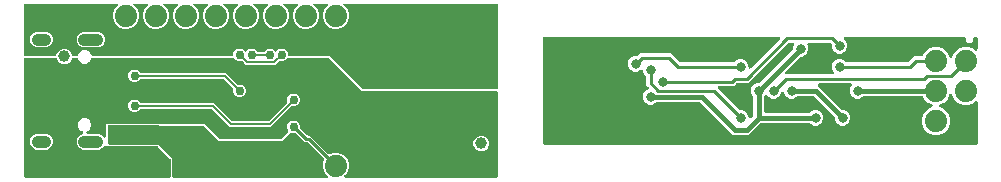
<source format=gbr>
G04 EAGLE Gerber RS-274X export*
G75*
%MOMM*%
%FSLAX34Y34*%
%LPD*%
%INGBL*%
%IPPOS*%
%AMOC8*
5,1,8,0,0,1.08239X$1,22.5*%
G01*
%ADD10C,2.250000*%
%ADD11C,1.000000*%
%ADD12C,1.879600*%
%ADD13C,1.000000*%
%ADD14C,0.756400*%
%ADD15C,0.806400*%
%ADD16C,0.152400*%
%ADD17C,0.254000*%
%ADD18C,0.381000*%

G36*
X133468Y-73517D02*
X133468Y-73517D01*
X133587Y-73510D01*
X133625Y-73497D01*
X133666Y-73492D01*
X133776Y-73449D01*
X133889Y-73412D01*
X133924Y-73390D01*
X133961Y-73375D01*
X134057Y-73306D01*
X134158Y-73242D01*
X134186Y-73212D01*
X134219Y-73189D01*
X134295Y-73097D01*
X134376Y-73010D01*
X134396Y-72975D01*
X134421Y-72944D01*
X134472Y-72836D01*
X134530Y-72732D01*
X134540Y-72692D01*
X134557Y-72656D01*
X134579Y-72539D01*
X134609Y-72424D01*
X134613Y-72364D01*
X134617Y-72344D01*
X134615Y-72323D01*
X134619Y-72263D01*
X134619Y-58420D01*
X134607Y-58322D01*
X134604Y-58223D01*
X134587Y-58165D01*
X134579Y-58104D01*
X134543Y-58012D01*
X134515Y-57917D01*
X134485Y-57865D01*
X134462Y-57809D01*
X134404Y-57729D01*
X134354Y-57643D01*
X134288Y-57568D01*
X134276Y-57551D01*
X134266Y-57544D01*
X134248Y-57523D01*
X124088Y-47363D01*
X124009Y-47302D01*
X123937Y-47234D01*
X123884Y-47205D01*
X123836Y-47168D01*
X123745Y-47128D01*
X123659Y-47080D01*
X123600Y-47065D01*
X123544Y-47041D01*
X123446Y-47026D01*
X123351Y-47001D01*
X123251Y-46995D01*
X123230Y-46991D01*
X123218Y-46993D01*
X123190Y-46991D01*
X79463Y-46991D01*
X79454Y-46983D01*
X79436Y-46974D01*
X79421Y-46961D01*
X79295Y-46902D01*
X79171Y-46839D01*
X79151Y-46834D01*
X79133Y-46825D01*
X78997Y-46799D01*
X78861Y-46769D01*
X78840Y-46769D01*
X78821Y-46766D01*
X78682Y-46774D01*
X78543Y-46779D01*
X78523Y-46784D01*
X78503Y-46785D01*
X78371Y-46828D01*
X78237Y-46867D01*
X78220Y-46877D01*
X78201Y-46883D01*
X78083Y-46958D01*
X77963Y-47028D01*
X77942Y-47047D01*
X77932Y-47054D01*
X77918Y-47068D01*
X77843Y-47135D01*
X76246Y-48731D01*
X73848Y-49725D01*
X60252Y-49725D01*
X57854Y-48731D01*
X56019Y-46896D01*
X55025Y-44498D01*
X55025Y-41902D01*
X56019Y-39504D01*
X57854Y-37669D01*
X59990Y-36784D01*
X60110Y-36715D01*
X60233Y-36650D01*
X60248Y-36636D01*
X60266Y-36626D01*
X60366Y-36530D01*
X60469Y-36436D01*
X60480Y-36419D01*
X60494Y-36405D01*
X60567Y-36286D01*
X60643Y-36170D01*
X60650Y-36151D01*
X60661Y-36134D01*
X60702Y-36001D01*
X60747Y-35870D01*
X60748Y-35849D01*
X60754Y-35830D01*
X60761Y-35691D01*
X60772Y-35553D01*
X60768Y-35533D01*
X60769Y-35512D01*
X60741Y-35376D01*
X60717Y-35239D01*
X60709Y-35221D01*
X60705Y-35201D01*
X60644Y-35076D01*
X60587Y-34949D01*
X60574Y-34933D01*
X60565Y-34915D01*
X60475Y-34810D01*
X60388Y-34701D01*
X60372Y-34689D01*
X60359Y-34673D01*
X60245Y-34593D01*
X60134Y-34510D01*
X60109Y-34497D01*
X60099Y-34490D01*
X60080Y-34483D01*
X59990Y-34439D01*
X58470Y-33809D01*
X56841Y-32180D01*
X55959Y-30052D01*
X55959Y-27748D01*
X56841Y-25620D01*
X58470Y-23991D01*
X60598Y-23109D01*
X62902Y-23109D01*
X65030Y-23991D01*
X66659Y-25620D01*
X67541Y-27748D01*
X67541Y-30052D01*
X66659Y-32180D01*
X65030Y-33809D01*
X64006Y-34233D01*
X63945Y-34268D01*
X63880Y-34294D01*
X63808Y-34346D01*
X63730Y-34391D01*
X63680Y-34439D01*
X63623Y-34480D01*
X63566Y-34550D01*
X63501Y-34612D01*
X63465Y-34672D01*
X63420Y-34725D01*
X63382Y-34807D01*
X63335Y-34883D01*
X63315Y-34950D01*
X63285Y-35013D01*
X63268Y-35101D01*
X63241Y-35187D01*
X63238Y-35257D01*
X63225Y-35326D01*
X63231Y-35415D01*
X63226Y-35505D01*
X63240Y-35573D01*
X63245Y-35643D01*
X63272Y-35728D01*
X63291Y-35816D01*
X63321Y-35879D01*
X63343Y-35945D01*
X63391Y-36021D01*
X63430Y-36102D01*
X63476Y-36155D01*
X63513Y-36214D01*
X63578Y-36276D01*
X63637Y-36344D01*
X63694Y-36384D01*
X63745Y-36432D01*
X63823Y-36475D01*
X63897Y-36527D01*
X63962Y-36552D01*
X64023Y-36586D01*
X64110Y-36608D01*
X64194Y-36640D01*
X64264Y-36648D01*
X64331Y-36665D01*
X64492Y-36675D01*
X73848Y-36675D01*
X76246Y-37669D01*
X77843Y-39265D01*
X77952Y-39350D01*
X78059Y-39439D01*
X78078Y-39448D01*
X78094Y-39460D01*
X78222Y-39516D01*
X78347Y-39575D01*
X78367Y-39578D01*
X78386Y-39586D01*
X78524Y-39608D01*
X78660Y-39634D01*
X78680Y-39633D01*
X78700Y-39636D01*
X78839Y-39623D01*
X78977Y-39615D01*
X78996Y-39608D01*
X79016Y-39606D01*
X79148Y-39559D01*
X79279Y-39517D01*
X79297Y-39506D01*
X79316Y-39499D01*
X79431Y-39421D01*
X79548Y-39346D01*
X79562Y-39332D01*
X79579Y-39320D01*
X79671Y-39216D01*
X79766Y-39115D01*
X79776Y-39097D01*
X79789Y-39082D01*
X79853Y-38958D01*
X79920Y-38836D01*
X79925Y-38817D01*
X79934Y-38799D01*
X79964Y-38663D01*
X79999Y-38528D01*
X80001Y-38500D01*
X80004Y-38488D01*
X80003Y-38468D01*
X80009Y-38368D01*
X80009Y-27685D01*
X88388Y-27685D01*
X163303Y-27938D01*
X175887Y-40522D01*
X175965Y-40582D01*
X176037Y-40650D01*
X176090Y-40679D01*
X176138Y-40716D01*
X176229Y-40756D01*
X176315Y-40804D01*
X176374Y-40819D01*
X176430Y-40843D01*
X176528Y-40858D01*
X176623Y-40883D01*
X176723Y-40889D01*
X176744Y-40893D01*
X176756Y-40891D01*
X176784Y-40893D01*
X227584Y-40893D01*
X227682Y-40881D01*
X227781Y-40878D01*
X227839Y-40861D01*
X227900Y-40853D01*
X227992Y-40817D01*
X228087Y-40789D01*
X228139Y-40759D01*
X228195Y-40736D01*
X228275Y-40678D01*
X228361Y-40628D01*
X228436Y-40562D01*
X228453Y-40550D01*
X228460Y-40540D01*
X228482Y-40522D01*
X234029Y-34974D01*
X234047Y-34950D01*
X234070Y-34931D01*
X234145Y-34825D01*
X234224Y-34722D01*
X234236Y-34695D01*
X234253Y-34671D01*
X234299Y-34550D01*
X234351Y-34431D01*
X234355Y-34401D01*
X234366Y-34374D01*
X234380Y-34245D01*
X234400Y-34116D01*
X234398Y-34087D01*
X234401Y-34058D01*
X234383Y-33929D01*
X234371Y-33800D01*
X234361Y-33772D01*
X234356Y-33743D01*
X234304Y-33590D01*
X233453Y-31536D01*
X233453Y-29424D01*
X234261Y-27474D01*
X235754Y-25981D01*
X237704Y-25173D01*
X239816Y-25173D01*
X241766Y-25981D01*
X243259Y-27474D01*
X244067Y-29424D01*
X244067Y-31309D01*
X244079Y-31407D01*
X244082Y-31506D01*
X244099Y-31564D01*
X244107Y-31624D01*
X244143Y-31716D01*
X244171Y-31811D01*
X244201Y-31864D01*
X244224Y-31920D01*
X244282Y-32000D01*
X244332Y-32085D01*
X244398Y-32161D01*
X244410Y-32177D01*
X244420Y-32185D01*
X244438Y-32206D01*
X249706Y-37474D01*
X249784Y-37534D01*
X249856Y-37602D01*
X249909Y-37631D01*
X249957Y-37668D01*
X250048Y-37708D01*
X250135Y-37756D01*
X250193Y-37771D01*
X250249Y-37795D01*
X250347Y-37810D01*
X250443Y-37835D01*
X250543Y-37841D01*
X250563Y-37845D01*
X250575Y-37843D01*
X250603Y-37845D01*
X252618Y-37845D01*
X254626Y-39854D01*
X268155Y-53383D01*
X268179Y-53401D01*
X268198Y-53423D01*
X268304Y-53498D01*
X268406Y-53578D01*
X268434Y-53590D01*
X268458Y-53606D01*
X268579Y-53652D01*
X268698Y-53704D01*
X268727Y-53709D01*
X268755Y-53719D01*
X268884Y-53734D01*
X269012Y-53754D01*
X269042Y-53751D01*
X269071Y-53754D01*
X269200Y-53736D01*
X269329Y-53724D01*
X269357Y-53714D01*
X269386Y-53710D01*
X269538Y-53658D01*
X272147Y-52577D01*
X276493Y-52577D01*
X280507Y-54240D01*
X283580Y-57313D01*
X285243Y-61327D01*
X285243Y-65673D01*
X283580Y-69687D01*
X281902Y-71366D01*
X281816Y-71475D01*
X281728Y-71582D01*
X281719Y-71601D01*
X281707Y-71617D01*
X281651Y-71745D01*
X281592Y-71870D01*
X281588Y-71890D01*
X281580Y-71909D01*
X281558Y-72047D01*
X281532Y-72183D01*
X281534Y-72203D01*
X281530Y-72223D01*
X281543Y-72362D01*
X281552Y-72500D01*
X281558Y-72519D01*
X281560Y-72539D01*
X281607Y-72671D01*
X281650Y-72802D01*
X281661Y-72820D01*
X281668Y-72839D01*
X281746Y-72954D01*
X281820Y-73071D01*
X281835Y-73085D01*
X281846Y-73102D01*
X281951Y-73194D01*
X282052Y-73289D01*
X282070Y-73299D01*
X282085Y-73312D01*
X282209Y-73376D01*
X282330Y-73443D01*
X282350Y-73448D01*
X282368Y-73457D01*
X282504Y-73487D01*
X282638Y-73522D01*
X282666Y-73524D01*
X282678Y-73527D01*
X282699Y-73526D01*
X282799Y-73532D01*
X410210Y-73532D01*
X410328Y-73517D01*
X410447Y-73510D01*
X410485Y-73497D01*
X410526Y-73492D01*
X410636Y-73449D01*
X410749Y-73412D01*
X410784Y-73390D01*
X410821Y-73375D01*
X410917Y-73306D01*
X411018Y-73242D01*
X411046Y-73212D01*
X411079Y-73189D01*
X411155Y-73097D01*
X411236Y-73010D01*
X411256Y-72975D01*
X411281Y-72944D01*
X411332Y-72836D01*
X411390Y-72732D01*
X411400Y-72692D01*
X411417Y-72656D01*
X411439Y-72539D01*
X411469Y-72424D01*
X411473Y-72364D01*
X411477Y-72344D01*
X411475Y-72323D01*
X411479Y-72263D01*
X411479Y-1270D01*
X411464Y-1152D01*
X411457Y-1033D01*
X411444Y-995D01*
X411439Y-954D01*
X411396Y-844D01*
X411359Y-731D01*
X411337Y-696D01*
X411322Y-659D01*
X411253Y-563D01*
X411189Y-462D01*
X411159Y-434D01*
X411136Y-401D01*
X411044Y-326D01*
X410957Y-244D01*
X410922Y-224D01*
X410891Y-199D01*
X410783Y-148D01*
X410679Y-90D01*
X410639Y-80D01*
X410603Y-63D01*
X410486Y-41D01*
X410371Y-11D01*
X410311Y-7D01*
X410291Y-3D01*
X410270Y-5D01*
X410210Y-1D01*
X296436Y-1D01*
X269122Y27314D01*
X269043Y27374D01*
X268971Y27442D01*
X268918Y27471D01*
X268870Y27508D01*
X268779Y27548D01*
X268693Y27596D01*
X268634Y27611D01*
X268578Y27635D01*
X268480Y27650D01*
X268385Y27675D01*
X268285Y27681D01*
X268264Y27685D01*
X268252Y27683D01*
X268224Y27685D01*
X233796Y27685D01*
X233698Y27673D01*
X233599Y27670D01*
X233540Y27653D01*
X233480Y27645D01*
X233388Y27609D01*
X233293Y27581D01*
X233241Y27551D01*
X233185Y27528D01*
X233104Y27470D01*
X233019Y27420D01*
X232944Y27354D01*
X232927Y27342D01*
X232919Y27332D01*
X232898Y27314D01*
X231566Y25981D01*
X229616Y25173D01*
X227490Y25173D01*
X227387Y25196D01*
X227262Y25231D01*
X227233Y25231D01*
X227204Y25238D01*
X227074Y25234D01*
X226944Y25236D01*
X226915Y25229D01*
X226886Y25228D01*
X226761Y25192D01*
X226635Y25162D01*
X226609Y25148D01*
X226580Y25139D01*
X226468Y25074D01*
X226354Y25013D01*
X226332Y24993D01*
X226306Y24978D01*
X226185Y24872D01*
X224868Y23555D01*
X223157Y21843D01*
X198443Y21843D01*
X196732Y23555D01*
X195415Y24872D01*
X195391Y24890D01*
X195372Y24912D01*
X195266Y24987D01*
X195163Y25066D01*
X195136Y25078D01*
X195112Y25095D01*
X194990Y25141D01*
X194871Y25193D01*
X194842Y25197D01*
X194814Y25208D01*
X194686Y25222D01*
X194557Y25243D01*
X194528Y25240D01*
X194498Y25243D01*
X194370Y25225D01*
X194241Y25213D01*
X194213Y25203D01*
X194184Y25199D01*
X194109Y25173D01*
X191984Y25173D01*
X190034Y25981D01*
X188702Y27314D01*
X188623Y27374D01*
X188551Y27442D01*
X188498Y27471D01*
X188450Y27508D01*
X188360Y27548D01*
X188273Y27596D01*
X188214Y27611D01*
X188159Y27635D01*
X188061Y27650D01*
X187965Y27675D01*
X187865Y27681D01*
X187844Y27685D01*
X187832Y27683D01*
X187804Y27685D01*
X79499Y27685D01*
X79487Y27696D01*
X79452Y27716D01*
X79421Y27741D01*
X79313Y27792D01*
X79209Y27850D01*
X79169Y27860D01*
X79133Y27877D01*
X79016Y27899D01*
X78901Y27929D01*
X78841Y27933D01*
X78821Y27937D01*
X78800Y27935D01*
X78740Y27939D01*
X68468Y27939D01*
X68439Y27936D01*
X68409Y27938D01*
X68281Y27916D01*
X68152Y27899D01*
X68125Y27889D01*
X68096Y27884D01*
X67977Y27830D01*
X67857Y27782D01*
X67833Y27765D01*
X67806Y27753D01*
X67705Y27672D01*
X67599Y27596D01*
X67581Y27573D01*
X67558Y27554D01*
X67479Y27451D01*
X67397Y27351D01*
X67384Y27324D01*
X67366Y27300D01*
X67295Y27156D01*
X66659Y25620D01*
X65030Y23991D01*
X62902Y23109D01*
X60598Y23109D01*
X58470Y23991D01*
X56841Y25620D01*
X56205Y27156D01*
X56190Y27181D01*
X56181Y27209D01*
X56111Y27319D01*
X56047Y27432D01*
X56027Y27453D01*
X56011Y27478D01*
X55916Y27567D01*
X55826Y27660D01*
X55801Y27676D01*
X55779Y27696D01*
X55665Y27759D01*
X55555Y27827D01*
X55526Y27835D01*
X55501Y27850D01*
X55375Y27882D01*
X55251Y27920D01*
X55221Y27922D01*
X55193Y27929D01*
X55032Y27939D01*
X51834Y27939D01*
X51805Y27936D01*
X51775Y27938D01*
X51647Y27916D01*
X51519Y27899D01*
X51491Y27889D01*
X51462Y27884D01*
X51343Y27830D01*
X51223Y27782D01*
X51199Y27765D01*
X51172Y27753D01*
X51071Y27672D01*
X50965Y27596D01*
X50947Y27573D01*
X50924Y27554D01*
X50845Y27451D01*
X50763Y27351D01*
X50750Y27324D01*
X50732Y27300D01*
X50661Y27156D01*
X49981Y25514D01*
X48146Y23679D01*
X45748Y22685D01*
X43152Y22685D01*
X40754Y23679D01*
X38919Y25514D01*
X38239Y27156D01*
X38224Y27181D01*
X38215Y27209D01*
X38145Y27319D01*
X38081Y27432D01*
X38061Y27453D01*
X38045Y27478D01*
X37950Y27567D01*
X37860Y27660D01*
X37835Y27676D01*
X37813Y27696D01*
X37699Y27759D01*
X37589Y27827D01*
X37560Y27835D01*
X37535Y27850D01*
X37409Y27882D01*
X37285Y27920D01*
X37255Y27922D01*
X37227Y27929D01*
X37066Y27939D01*
X11557Y27939D01*
X11439Y27924D01*
X11320Y27917D01*
X11282Y27904D01*
X11241Y27899D01*
X11131Y27856D01*
X11018Y27819D01*
X10983Y27797D01*
X10946Y27782D01*
X10850Y27713D01*
X10749Y27649D01*
X10721Y27619D01*
X10688Y27596D01*
X10612Y27504D01*
X10531Y27417D01*
X10511Y27382D01*
X10486Y27351D01*
X10435Y27243D01*
X10377Y27139D01*
X10367Y27099D01*
X10350Y27063D01*
X10328Y26946D01*
X10298Y26831D01*
X10294Y26771D01*
X10290Y26751D01*
X10292Y26730D01*
X10288Y26670D01*
X10288Y-72263D01*
X10303Y-72381D01*
X10310Y-72500D01*
X10323Y-72538D01*
X10328Y-72579D01*
X10371Y-72689D01*
X10408Y-72802D01*
X10430Y-72837D01*
X10445Y-72874D01*
X10514Y-72970D01*
X10578Y-73071D01*
X10608Y-73099D01*
X10631Y-73132D01*
X10723Y-73208D01*
X10810Y-73289D01*
X10845Y-73309D01*
X10876Y-73334D01*
X10984Y-73385D01*
X11088Y-73443D01*
X11128Y-73453D01*
X11164Y-73470D01*
X11281Y-73492D01*
X11396Y-73522D01*
X11456Y-73526D01*
X11476Y-73530D01*
X11497Y-73528D01*
X11557Y-73532D01*
X133350Y-73532D01*
X133468Y-73517D01*
G37*
G36*
X816601Y-45577D02*
X816601Y-45577D01*
X816720Y-45570D01*
X816758Y-45557D01*
X816799Y-45552D01*
X816909Y-45509D01*
X817022Y-45472D01*
X817057Y-45450D01*
X817094Y-45435D01*
X817190Y-45366D01*
X817291Y-45302D01*
X817319Y-45272D01*
X817352Y-45249D01*
X817428Y-45157D01*
X817509Y-45070D01*
X817529Y-45035D01*
X817554Y-45004D01*
X817605Y-44896D01*
X817663Y-44792D01*
X817673Y-44752D01*
X817690Y-44716D01*
X817712Y-44599D01*
X817742Y-44484D01*
X817746Y-44424D01*
X817750Y-44404D01*
X817748Y-44383D01*
X817752Y-44323D01*
X817752Y-9916D01*
X817735Y-9778D01*
X817722Y-9640D01*
X817715Y-9621D01*
X817712Y-9600D01*
X817661Y-9471D01*
X817614Y-9340D01*
X817603Y-9323D01*
X817595Y-9305D01*
X817514Y-9192D01*
X817436Y-9077D01*
X817420Y-9064D01*
X817409Y-9047D01*
X817301Y-8959D01*
X817197Y-8867D01*
X817179Y-8857D01*
X817164Y-8845D01*
X817038Y-8785D01*
X816914Y-8722D01*
X816894Y-8718D01*
X816876Y-8709D01*
X816739Y-8683D01*
X816604Y-8652D01*
X816583Y-8653D01*
X816564Y-8649D01*
X816425Y-8658D01*
X816286Y-8662D01*
X816266Y-8668D01*
X816246Y-8669D01*
X816114Y-8712D01*
X815980Y-8750D01*
X815963Y-8761D01*
X815944Y-8767D01*
X815826Y-8841D01*
X815706Y-8912D01*
X815685Y-8931D01*
X815675Y-8937D01*
X815661Y-8952D01*
X815586Y-9018D01*
X814483Y-10121D01*
X810095Y-11939D01*
X805345Y-11939D01*
X800957Y-10121D01*
X797599Y-6763D01*
X796193Y-3368D01*
X796124Y-3247D01*
X796059Y-3124D01*
X796045Y-3109D01*
X796035Y-3092D01*
X795938Y-2992D01*
X795845Y-2889D01*
X795828Y-2878D01*
X795814Y-2863D01*
X795696Y-2791D01*
X795579Y-2714D01*
X795560Y-2708D01*
X795543Y-2697D01*
X795410Y-2656D01*
X795278Y-2611D01*
X795258Y-2609D01*
X795239Y-2603D01*
X795100Y-2597D01*
X794961Y-2586D01*
X794941Y-2589D01*
X794921Y-2588D01*
X794785Y-2616D01*
X794648Y-2640D01*
X794629Y-2648D01*
X794610Y-2652D01*
X794485Y-2714D01*
X794358Y-2771D01*
X794342Y-2783D01*
X794324Y-2792D01*
X794218Y-2883D01*
X794110Y-2969D01*
X794097Y-2985D01*
X794082Y-2999D01*
X794002Y-3112D01*
X793918Y-3223D01*
X793906Y-3249D01*
X793899Y-3259D01*
X793892Y-3278D01*
X793847Y-3368D01*
X792441Y-6763D01*
X789083Y-10121D01*
X785688Y-11527D01*
X785567Y-11596D01*
X785444Y-11661D01*
X785429Y-11675D01*
X785412Y-11685D01*
X785312Y-11782D01*
X785209Y-11875D01*
X785198Y-11892D01*
X785183Y-11906D01*
X785111Y-12025D01*
X785034Y-12141D01*
X785028Y-12160D01*
X785017Y-12177D01*
X784976Y-12310D01*
X784931Y-12442D01*
X784929Y-12462D01*
X784923Y-12481D01*
X784917Y-12620D01*
X784906Y-12759D01*
X784909Y-12779D01*
X784908Y-12799D01*
X784936Y-12935D01*
X784960Y-13072D01*
X784968Y-13091D01*
X784972Y-13110D01*
X785034Y-13236D01*
X785091Y-13362D01*
X785103Y-13378D01*
X785112Y-13396D01*
X785203Y-13502D01*
X785289Y-13610D01*
X785305Y-13623D01*
X785319Y-13638D01*
X785432Y-13718D01*
X785543Y-13802D01*
X785569Y-13814D01*
X785579Y-13821D01*
X785598Y-13828D01*
X785688Y-13873D01*
X789083Y-15279D01*
X792441Y-18637D01*
X794259Y-23025D01*
X794259Y-27775D01*
X792441Y-32163D01*
X789083Y-35521D01*
X784695Y-37339D01*
X779945Y-37339D01*
X775557Y-35521D01*
X772199Y-32163D01*
X770381Y-27775D01*
X770381Y-23025D01*
X772199Y-18637D01*
X775557Y-15279D01*
X778952Y-13873D01*
X779073Y-13804D01*
X779196Y-13739D01*
X779211Y-13725D01*
X779228Y-13715D01*
X779328Y-13618D01*
X779431Y-13525D01*
X779442Y-13508D01*
X779457Y-13494D01*
X779529Y-13376D01*
X779606Y-13259D01*
X779612Y-13240D01*
X779623Y-13223D01*
X779664Y-13090D01*
X779709Y-12958D01*
X779711Y-12938D01*
X779717Y-12919D01*
X779723Y-12780D01*
X779734Y-12641D01*
X779731Y-12621D01*
X779732Y-12601D01*
X779704Y-12465D01*
X779680Y-12328D01*
X779672Y-12309D01*
X779668Y-12290D01*
X779606Y-12165D01*
X779549Y-12038D01*
X779537Y-12022D01*
X779528Y-12004D01*
X779437Y-11898D01*
X779351Y-11790D01*
X779335Y-11777D01*
X779321Y-11762D01*
X779208Y-11682D01*
X779097Y-11598D01*
X779071Y-11586D01*
X779061Y-11579D01*
X779042Y-11572D01*
X778952Y-11527D01*
X775557Y-10121D01*
X772199Y-6763D01*
X771564Y-5229D01*
X771549Y-5204D01*
X771540Y-5176D01*
X771471Y-5066D01*
X771406Y-4953D01*
X771386Y-4932D01*
X771370Y-4907D01*
X771275Y-4818D01*
X771185Y-4725D01*
X771160Y-4709D01*
X771138Y-4689D01*
X771024Y-4626D01*
X770914Y-4558D01*
X770885Y-4550D01*
X770860Y-4535D01*
X770734Y-4503D01*
X770610Y-4465D01*
X770580Y-4463D01*
X770552Y-4456D01*
X770391Y-4446D01*
X721655Y-4446D01*
X721557Y-4458D01*
X721458Y-4461D01*
X721400Y-4478D01*
X721340Y-4486D01*
X721248Y-4522D01*
X721153Y-4550D01*
X721100Y-4580D01*
X721044Y-4603D01*
X720964Y-4661D01*
X720879Y-4711D01*
X720803Y-4777D01*
X720787Y-4789D01*
X720779Y-4799D01*
X720758Y-4817D01*
X720003Y-5572D01*
X717587Y-6573D01*
X714973Y-6573D01*
X712557Y-5572D01*
X710708Y-3723D01*
X709707Y-1307D01*
X709707Y1307D01*
X710708Y3723D01*
X711167Y4182D01*
X711252Y4292D01*
X711341Y4399D01*
X711350Y4418D01*
X711362Y4434D01*
X711418Y4562D01*
X711477Y4687D01*
X711480Y4707D01*
X711489Y4726D01*
X711511Y4864D01*
X711536Y5000D01*
X711535Y5020D01*
X711538Y5040D01*
X711525Y5179D01*
X711517Y5317D01*
X711511Y5336D01*
X711509Y5356D01*
X711462Y5487D01*
X711419Y5619D01*
X711408Y5637D01*
X711401Y5656D01*
X711323Y5770D01*
X711249Y5888D01*
X711234Y5902D01*
X711222Y5919D01*
X711118Y6011D01*
X711017Y6106D01*
X710999Y6116D01*
X710984Y6129D01*
X710860Y6192D01*
X710738Y6260D01*
X710719Y6265D01*
X710701Y6274D01*
X710565Y6304D01*
X710430Y6339D01*
X710402Y6341D01*
X710390Y6344D01*
X710370Y6343D01*
X710270Y6349D01*
X683722Y6349D01*
X683585Y6332D01*
X683446Y6319D01*
X683427Y6312D01*
X683407Y6309D01*
X683278Y6258D01*
X683147Y6211D01*
X683130Y6200D01*
X683111Y6192D01*
X682999Y6111D01*
X682883Y6033D01*
X682870Y6017D01*
X682854Y6006D01*
X682765Y5898D01*
X682673Y5794D01*
X682664Y5776D01*
X682651Y5761D01*
X682592Y5635D01*
X682528Y5511D01*
X682524Y5491D01*
X682515Y5473D01*
X682489Y5337D01*
X682459Y5201D01*
X682459Y5180D01*
X682455Y5161D01*
X682464Y5022D01*
X682468Y4883D01*
X682474Y4863D01*
X682475Y4843D01*
X682518Y4711D01*
X682557Y4577D01*
X682567Y4560D01*
X682573Y4541D01*
X682648Y4423D01*
X682718Y4303D01*
X682737Y4282D01*
X682743Y4272D01*
X682758Y4258D01*
X682825Y4183D01*
X702923Y-15916D01*
X703001Y-15976D01*
X703073Y-16044D01*
X703126Y-16073D01*
X703174Y-16110D01*
X703265Y-16150D01*
X703352Y-16198D01*
X703410Y-16213D01*
X703466Y-16237D01*
X703564Y-16252D01*
X703660Y-16277D01*
X703760Y-16283D01*
X703780Y-16287D01*
X703792Y-16285D01*
X703820Y-16287D01*
X704887Y-16287D01*
X707303Y-17288D01*
X709152Y-19137D01*
X710153Y-21553D01*
X710153Y-24167D01*
X709152Y-26583D01*
X707303Y-28432D01*
X704887Y-29433D01*
X702273Y-29433D01*
X699857Y-28432D01*
X698008Y-26583D01*
X697007Y-24167D01*
X697007Y-23100D01*
X696995Y-23002D01*
X696992Y-22903D01*
X696975Y-22845D01*
X696967Y-22785D01*
X696931Y-22693D01*
X696903Y-22598D01*
X696873Y-22545D01*
X696850Y-22489D01*
X696792Y-22409D01*
X696742Y-22324D01*
X696676Y-22248D01*
X696664Y-22232D01*
X696654Y-22224D01*
X696636Y-22203D01*
X679250Y-4817D01*
X679172Y-4757D01*
X679100Y-4689D01*
X679047Y-4660D01*
X678999Y-4623D01*
X678908Y-4583D01*
X678821Y-4535D01*
X678763Y-4520D01*
X678707Y-4496D01*
X678609Y-4481D01*
X678513Y-4456D01*
X678413Y-4450D01*
X678393Y-4446D01*
X678381Y-4448D01*
X678353Y-4446D01*
X665775Y-4446D01*
X665677Y-4458D01*
X665578Y-4461D01*
X665520Y-4478D01*
X665460Y-4486D01*
X665368Y-4522D01*
X665273Y-4550D01*
X665220Y-4580D01*
X665164Y-4603D01*
X665084Y-4661D01*
X664999Y-4711D01*
X664923Y-4777D01*
X664907Y-4789D01*
X664899Y-4799D01*
X664878Y-4817D01*
X664123Y-5572D01*
X661707Y-6573D01*
X659093Y-6573D01*
X656677Y-5572D01*
X654828Y-3723D01*
X653953Y-1610D01*
X653884Y-1490D01*
X653819Y-1366D01*
X653805Y-1351D01*
X653795Y-1334D01*
X653698Y-1234D01*
X653605Y-1131D01*
X653588Y-1120D01*
X653574Y-1105D01*
X653456Y-1033D01*
X653339Y-956D01*
X653320Y-950D01*
X653303Y-939D01*
X653170Y-898D01*
X653038Y-853D01*
X653018Y-851D01*
X652999Y-846D01*
X652860Y-839D01*
X652721Y-828D01*
X652701Y-831D01*
X652681Y-830D01*
X652545Y-858D01*
X652408Y-882D01*
X652389Y-891D01*
X652370Y-895D01*
X652245Y-956D01*
X652118Y-1013D01*
X652102Y-1025D01*
X652084Y-1034D01*
X651978Y-1125D01*
X651870Y-1211D01*
X651857Y-1228D01*
X651842Y-1241D01*
X651762Y-1355D01*
X651678Y-1466D01*
X651666Y-1491D01*
X651659Y-1501D01*
X651652Y-1520D01*
X651607Y-1610D01*
X650732Y-3723D01*
X648883Y-5572D01*
X646467Y-6573D01*
X643853Y-6573D01*
X641437Y-5572D01*
X639707Y-3843D01*
X639613Y-3770D01*
X639524Y-3691D01*
X639488Y-3673D01*
X639456Y-3648D01*
X639347Y-3600D01*
X639241Y-3546D01*
X639202Y-3538D01*
X639164Y-3521D01*
X639047Y-3503D01*
X638931Y-3477D01*
X638890Y-3478D01*
X638850Y-3472D01*
X638731Y-3483D01*
X638613Y-3486D01*
X638574Y-3498D01*
X638534Y-3501D01*
X638421Y-3542D01*
X638307Y-3575D01*
X638272Y-3595D01*
X638234Y-3609D01*
X638136Y-3676D01*
X638033Y-3736D01*
X637988Y-3776D01*
X637971Y-3788D01*
X637958Y-3803D01*
X637912Y-3843D01*
X637277Y-4478D01*
X637217Y-4556D01*
X637149Y-4628D01*
X637120Y-4681D01*
X637083Y-4729D01*
X637043Y-4820D01*
X636995Y-4907D01*
X636980Y-4965D01*
X636956Y-5021D01*
X636941Y-5119D01*
X636916Y-5215D01*
X636910Y-5315D01*
X636906Y-5335D01*
X636908Y-5347D01*
X636906Y-5375D01*
X636906Y-17145D01*
X636921Y-17263D01*
X636928Y-17382D01*
X636941Y-17420D01*
X636946Y-17461D01*
X636989Y-17571D01*
X637026Y-17684D01*
X637048Y-17719D01*
X637063Y-17756D01*
X637132Y-17852D01*
X637196Y-17953D01*
X637226Y-17981D01*
X637249Y-18014D01*
X637341Y-18090D01*
X637428Y-18171D01*
X637463Y-18191D01*
X637494Y-18216D01*
X637602Y-18267D01*
X637706Y-18325D01*
X637746Y-18335D01*
X637782Y-18352D01*
X637899Y-18374D01*
X638014Y-18404D01*
X638074Y-18408D01*
X638094Y-18412D01*
X638115Y-18410D01*
X638175Y-18414D01*
X675345Y-18414D01*
X675443Y-18402D01*
X675542Y-18399D01*
X675600Y-18382D01*
X675660Y-18374D01*
X675752Y-18338D01*
X675847Y-18310D01*
X675900Y-18280D01*
X675956Y-18257D01*
X676036Y-18199D01*
X676121Y-18149D01*
X676197Y-18083D01*
X676213Y-18071D01*
X676221Y-18061D01*
X676242Y-18043D01*
X676997Y-17288D01*
X679413Y-16287D01*
X682027Y-16287D01*
X684443Y-17288D01*
X686292Y-19137D01*
X687293Y-21553D01*
X687293Y-24167D01*
X686292Y-26583D01*
X684443Y-28432D01*
X682027Y-29433D01*
X679413Y-29433D01*
X676997Y-28432D01*
X676242Y-27677D01*
X676164Y-27617D01*
X676092Y-27549D01*
X676039Y-27520D01*
X675991Y-27483D01*
X675900Y-27443D01*
X675813Y-27395D01*
X675755Y-27380D01*
X675699Y-27356D01*
X675601Y-27341D01*
X675505Y-27316D01*
X675405Y-27310D01*
X675385Y-27306D01*
X675373Y-27308D01*
X675345Y-27306D01*
X634827Y-27306D01*
X634729Y-27318D01*
X634630Y-27321D01*
X634572Y-27338D01*
X634512Y-27346D01*
X634420Y-27382D01*
X634325Y-27410D01*
X634272Y-27440D01*
X634216Y-27463D01*
X634136Y-27521D01*
X634051Y-27571D01*
X633975Y-27637D01*
X633959Y-27649D01*
X633951Y-27659D01*
X633930Y-27677D01*
X624141Y-37466D01*
X610299Y-37466D01*
X607323Y-34490D01*
X582730Y-9897D01*
X582652Y-9837D01*
X582580Y-9769D01*
X582527Y-9740D01*
X582479Y-9703D01*
X582388Y-9663D01*
X582301Y-9615D01*
X582243Y-9600D01*
X582187Y-9576D01*
X582089Y-9561D01*
X581993Y-9536D01*
X581893Y-9530D01*
X581873Y-9526D01*
X581861Y-9528D01*
X581833Y-9526D01*
X546395Y-9526D01*
X546297Y-9538D01*
X546198Y-9541D01*
X546140Y-9558D01*
X546080Y-9566D01*
X545988Y-9602D01*
X545893Y-9630D01*
X545840Y-9660D01*
X545784Y-9683D01*
X545704Y-9741D01*
X545619Y-9791D01*
X545543Y-9857D01*
X545527Y-9869D01*
X545519Y-9879D01*
X545498Y-9897D01*
X544743Y-10652D01*
X542327Y-11653D01*
X539713Y-11653D01*
X537297Y-10652D01*
X535448Y-8803D01*
X534447Y-6387D01*
X534447Y-3773D01*
X535448Y-1357D01*
X537297Y492D01*
X538686Y1067D01*
X538729Y1092D01*
X538776Y1109D01*
X538866Y1170D01*
X538962Y1225D01*
X538998Y1259D01*
X539039Y1287D01*
X539111Y1370D01*
X539190Y1446D01*
X539216Y1488D01*
X539249Y1526D01*
X539299Y1624D01*
X539357Y1717D01*
X539371Y1765D01*
X539394Y1809D01*
X539418Y1916D01*
X539450Y2021D01*
X539453Y2071D01*
X539463Y2119D01*
X539460Y2229D01*
X539465Y2339D01*
X539455Y2388D01*
X539454Y2437D01*
X539423Y2543D01*
X539401Y2650D01*
X539379Y2695D01*
X539365Y2743D01*
X539310Y2837D01*
X539261Y2936D01*
X539229Y2974D01*
X539204Y3017D01*
X539097Y3137D01*
X537209Y5026D01*
X537209Y11770D01*
X537197Y11868D01*
X537194Y11967D01*
X537177Y12025D01*
X537169Y12085D01*
X537133Y12177D01*
X537105Y12273D01*
X537075Y12325D01*
X537052Y12381D01*
X536994Y12461D01*
X536944Y12546D01*
X536878Y12622D01*
X536866Y12638D01*
X536856Y12646D01*
X536838Y12667D01*
X535448Y14057D01*
X534447Y16473D01*
X534447Y16628D01*
X534430Y16766D01*
X534429Y16778D01*
X534425Y16838D01*
X534422Y16846D01*
X534417Y16904D01*
X534410Y16923D01*
X534407Y16943D01*
X534356Y17073D01*
X534309Y17203D01*
X534298Y17220D01*
X534290Y17239D01*
X534209Y17351D01*
X534131Y17467D01*
X534115Y17480D01*
X534104Y17496D01*
X533997Y17585D01*
X533892Y17677D01*
X533874Y17686D01*
X533859Y17699D01*
X533733Y17758D01*
X533609Y17822D01*
X533589Y17826D01*
X533571Y17835D01*
X533435Y17861D01*
X533299Y17891D01*
X533278Y17891D01*
X533259Y17894D01*
X533120Y17886D01*
X532981Y17882D01*
X532961Y17876D01*
X532941Y17875D01*
X532809Y17832D01*
X532675Y17793D01*
X532658Y17783D01*
X532639Y17777D01*
X532521Y17702D01*
X532401Y17632D01*
X532380Y17613D01*
X532370Y17607D01*
X532356Y17592D01*
X532280Y17525D01*
X532043Y17288D01*
X529627Y16287D01*
X527013Y16287D01*
X524597Y17288D01*
X522748Y19137D01*
X521747Y21553D01*
X521747Y24167D01*
X522748Y26583D01*
X524597Y28432D01*
X527013Y29433D01*
X528978Y29433D01*
X529076Y29445D01*
X529175Y29448D01*
X529233Y29465D01*
X529293Y29473D01*
X529385Y29509D01*
X529481Y29537D01*
X529533Y29567D01*
X529589Y29590D01*
X529669Y29648D01*
X529754Y29698D01*
X529830Y29764D01*
X529846Y29776D01*
X529854Y29786D01*
X529875Y29804D01*
X531822Y31751D01*
X557838Y31751D01*
X565087Y24502D01*
X565165Y24442D01*
X565237Y24374D01*
X565290Y24345D01*
X565338Y24308D01*
X565429Y24268D01*
X565516Y24220D01*
X565574Y24205D01*
X565630Y24181D01*
X565728Y24166D01*
X565824Y24141D01*
X565924Y24135D01*
X565944Y24131D01*
X565956Y24133D01*
X565984Y24131D01*
X611210Y24131D01*
X611308Y24143D01*
X611407Y24146D01*
X611465Y24163D01*
X611525Y24171D01*
X611617Y24207D01*
X611713Y24235D01*
X611765Y24265D01*
X611821Y24288D01*
X611901Y24346D01*
X611986Y24396D01*
X612062Y24462D01*
X612078Y24474D01*
X612086Y24484D01*
X612107Y24502D01*
X613497Y25892D01*
X615913Y26893D01*
X618527Y26893D01*
X620943Y25892D01*
X622792Y24043D01*
X623793Y21627D01*
X623793Y20106D01*
X623810Y19969D01*
X623823Y19830D01*
X623830Y19811D01*
X623833Y19791D01*
X623884Y19662D01*
X623931Y19531D01*
X623942Y19514D01*
X623950Y19495D01*
X624031Y19383D01*
X624109Y19267D01*
X624125Y19254D01*
X624136Y19238D01*
X624244Y19149D01*
X624348Y19057D01*
X624366Y19048D01*
X624381Y19035D01*
X624507Y18976D01*
X624631Y18912D01*
X624651Y18908D01*
X624669Y18899D01*
X624805Y18873D01*
X624941Y18843D01*
X624962Y18843D01*
X624981Y18839D01*
X625120Y18848D01*
X625259Y18852D01*
X625279Y18858D01*
X625299Y18859D01*
X625431Y18902D01*
X625565Y18941D01*
X625582Y18951D01*
X625601Y18957D01*
X625719Y19032D01*
X625839Y19102D01*
X625860Y19121D01*
X625870Y19127D01*
X625884Y19142D01*
X625959Y19209D01*
X650176Y43426D01*
X650262Y43535D01*
X650350Y43642D01*
X650359Y43661D01*
X650371Y43677D01*
X650427Y43805D01*
X650486Y43930D01*
X650490Y43950D01*
X650498Y43969D01*
X650520Y44107D01*
X650546Y44243D01*
X650544Y44263D01*
X650547Y44283D01*
X650534Y44422D01*
X650526Y44560D01*
X650520Y44579D01*
X650518Y44599D01*
X650470Y44731D01*
X650428Y44862D01*
X650417Y44880D01*
X650410Y44899D01*
X650332Y45014D01*
X650258Y45131D01*
X650243Y45145D01*
X650231Y45162D01*
X650127Y45254D01*
X650026Y45349D01*
X650008Y45359D01*
X649993Y45372D01*
X649869Y45435D01*
X649747Y45503D01*
X649728Y45508D01*
X649710Y45517D01*
X649574Y45547D01*
X649440Y45582D01*
X649411Y45584D01*
X649400Y45587D01*
X649379Y45586D01*
X649279Y45592D01*
X450850Y45592D01*
X450732Y45577D01*
X450613Y45570D01*
X450575Y45557D01*
X450534Y45552D01*
X450424Y45509D01*
X450311Y45472D01*
X450276Y45450D01*
X450239Y45435D01*
X450143Y45366D01*
X450042Y45302D01*
X450014Y45272D01*
X449981Y45249D01*
X449905Y45157D01*
X449824Y45070D01*
X449804Y45035D01*
X449779Y45004D01*
X449728Y44896D01*
X449670Y44792D01*
X449660Y44752D01*
X449643Y44716D01*
X449621Y44599D01*
X449591Y44484D01*
X449587Y44424D01*
X449583Y44404D01*
X449585Y44383D01*
X449581Y44323D01*
X449581Y-44323D01*
X449596Y-44441D01*
X449603Y-44560D01*
X449616Y-44598D01*
X449621Y-44639D01*
X449664Y-44749D01*
X449701Y-44862D01*
X449723Y-44897D01*
X449738Y-44934D01*
X449807Y-45030D01*
X449871Y-45131D01*
X449901Y-45159D01*
X449924Y-45192D01*
X450016Y-45268D01*
X450103Y-45349D01*
X450138Y-45369D01*
X450169Y-45394D01*
X450277Y-45445D01*
X450381Y-45503D01*
X450421Y-45513D01*
X450457Y-45530D01*
X450574Y-45552D01*
X450689Y-45582D01*
X450749Y-45586D01*
X450769Y-45590D01*
X450790Y-45588D01*
X450850Y-45592D01*
X816483Y-45592D01*
X816601Y-45577D01*
G37*
G36*
X410738Y1528D02*
X410738Y1528D01*
X410757Y1526D01*
X410859Y1548D01*
X410961Y1564D01*
X410978Y1574D01*
X410998Y1578D01*
X411087Y1631D01*
X411178Y1680D01*
X411192Y1694D01*
X411209Y1704D01*
X411276Y1783D01*
X411348Y1858D01*
X411356Y1876D01*
X411369Y1891D01*
X411408Y1987D01*
X411451Y2081D01*
X411453Y2101D01*
X411461Y2119D01*
X411479Y2286D01*
X411479Y72771D01*
X411476Y72791D01*
X411478Y72810D01*
X411456Y72912D01*
X411440Y73014D01*
X411430Y73031D01*
X411426Y73051D01*
X411373Y73140D01*
X411324Y73231D01*
X411310Y73245D01*
X411300Y73262D01*
X411221Y73329D01*
X411146Y73401D01*
X411128Y73409D01*
X411113Y73422D01*
X411017Y73461D01*
X410923Y73504D01*
X410903Y73506D01*
X410885Y73514D01*
X410718Y73532D01*
X281573Y73532D01*
X281502Y73521D01*
X281430Y73519D01*
X281381Y73501D01*
X281330Y73493D01*
X281267Y73459D01*
X281199Y73434D01*
X281159Y73402D01*
X281112Y73377D01*
X281063Y73325D01*
X281007Y73281D01*
X280979Y73237D01*
X280943Y73199D01*
X280913Y73134D01*
X280874Y73074D01*
X280861Y73023D01*
X280839Y72976D01*
X280832Y72905D01*
X280814Y72835D01*
X280818Y72783D01*
X280812Y72732D01*
X280828Y72661D01*
X280833Y72590D01*
X280854Y72542D01*
X280865Y72491D01*
X280901Y72430D01*
X280930Y72364D01*
X280974Y72308D01*
X280991Y72280D01*
X281009Y72265D01*
X281034Y72233D01*
X283580Y69687D01*
X285243Y65673D01*
X285243Y61327D01*
X283580Y57313D01*
X280507Y54240D01*
X276493Y52577D01*
X272147Y52577D01*
X268133Y54240D01*
X265060Y57313D01*
X263397Y61327D01*
X263397Y65673D01*
X265060Y69687D01*
X267606Y72233D01*
X267648Y72291D01*
X267697Y72343D01*
X267719Y72390D01*
X267749Y72432D01*
X267770Y72501D01*
X267801Y72566D01*
X267806Y72618D01*
X267822Y72668D01*
X267820Y72739D01*
X267828Y72810D01*
X267817Y72861D01*
X267815Y72913D01*
X267791Y72981D01*
X267775Y73051D01*
X267749Y73096D01*
X267731Y73144D01*
X267686Y73200D01*
X267649Y73262D01*
X267610Y73296D01*
X267577Y73336D01*
X267517Y73375D01*
X267462Y73422D01*
X267414Y73441D01*
X267370Y73469D01*
X267301Y73487D01*
X267234Y73514D01*
X267163Y73522D01*
X267132Y73530D01*
X267108Y73528D01*
X267067Y73532D01*
X256173Y73532D01*
X256102Y73521D01*
X256030Y73519D01*
X255981Y73501D01*
X255930Y73493D01*
X255867Y73459D01*
X255799Y73434D01*
X255759Y73402D01*
X255712Y73377D01*
X255663Y73325D01*
X255607Y73281D01*
X255579Y73237D01*
X255543Y73199D01*
X255513Y73134D01*
X255474Y73074D01*
X255461Y73023D01*
X255439Y72976D01*
X255432Y72905D01*
X255414Y72835D01*
X255418Y72783D01*
X255412Y72732D01*
X255428Y72661D01*
X255433Y72590D01*
X255454Y72542D01*
X255465Y72491D01*
X255501Y72430D01*
X255530Y72364D01*
X255574Y72308D01*
X255591Y72280D01*
X255609Y72265D01*
X255634Y72233D01*
X258180Y69687D01*
X259843Y65673D01*
X259843Y61327D01*
X258180Y57313D01*
X255107Y54240D01*
X251093Y52577D01*
X246747Y52577D01*
X242733Y54240D01*
X239660Y57313D01*
X237997Y61327D01*
X237997Y65673D01*
X239660Y69687D01*
X242206Y72233D01*
X242248Y72291D01*
X242297Y72343D01*
X242319Y72390D01*
X242349Y72432D01*
X242370Y72501D01*
X242401Y72566D01*
X242406Y72618D01*
X242422Y72668D01*
X242420Y72739D01*
X242428Y72810D01*
X242417Y72861D01*
X242415Y72913D01*
X242391Y72981D01*
X242375Y73051D01*
X242349Y73096D01*
X242331Y73144D01*
X242286Y73200D01*
X242249Y73262D01*
X242210Y73296D01*
X242177Y73336D01*
X242117Y73375D01*
X242062Y73422D01*
X242014Y73441D01*
X241970Y73469D01*
X241901Y73487D01*
X241834Y73514D01*
X241763Y73522D01*
X241732Y73530D01*
X241708Y73528D01*
X241667Y73532D01*
X230773Y73532D01*
X230702Y73521D01*
X230630Y73519D01*
X230581Y73501D01*
X230530Y73493D01*
X230467Y73459D01*
X230399Y73434D01*
X230359Y73402D01*
X230312Y73377D01*
X230263Y73325D01*
X230207Y73281D01*
X230179Y73237D01*
X230143Y73199D01*
X230113Y73134D01*
X230074Y73074D01*
X230061Y73023D01*
X230039Y72976D01*
X230032Y72905D01*
X230014Y72835D01*
X230018Y72783D01*
X230012Y72732D01*
X230028Y72661D01*
X230033Y72590D01*
X230054Y72542D01*
X230065Y72491D01*
X230101Y72430D01*
X230130Y72364D01*
X230174Y72308D01*
X230191Y72280D01*
X230209Y72265D01*
X230234Y72233D01*
X232780Y69687D01*
X234443Y65673D01*
X234443Y61327D01*
X232780Y57313D01*
X229707Y54240D01*
X225693Y52577D01*
X221347Y52577D01*
X217333Y54240D01*
X214260Y57313D01*
X212597Y61327D01*
X212597Y65673D01*
X214260Y69687D01*
X216806Y72233D01*
X216848Y72291D01*
X216897Y72343D01*
X216919Y72390D01*
X216949Y72432D01*
X216970Y72501D01*
X217001Y72566D01*
X217006Y72618D01*
X217022Y72668D01*
X217020Y72739D01*
X217028Y72810D01*
X217017Y72861D01*
X217015Y72913D01*
X216991Y72981D01*
X216975Y73051D01*
X216949Y73096D01*
X216931Y73144D01*
X216886Y73200D01*
X216849Y73262D01*
X216810Y73296D01*
X216777Y73336D01*
X216717Y73375D01*
X216662Y73422D01*
X216614Y73441D01*
X216570Y73469D01*
X216501Y73487D01*
X216434Y73514D01*
X216363Y73522D01*
X216332Y73530D01*
X216308Y73528D01*
X216267Y73532D01*
X205373Y73532D01*
X205302Y73521D01*
X205230Y73519D01*
X205181Y73501D01*
X205130Y73493D01*
X205067Y73459D01*
X204999Y73434D01*
X204959Y73402D01*
X204912Y73377D01*
X204863Y73325D01*
X204807Y73281D01*
X204779Y73237D01*
X204743Y73199D01*
X204713Y73134D01*
X204674Y73074D01*
X204661Y73023D01*
X204639Y72976D01*
X204632Y72905D01*
X204614Y72835D01*
X204618Y72783D01*
X204612Y72732D01*
X204628Y72661D01*
X204633Y72590D01*
X204654Y72542D01*
X204665Y72491D01*
X204701Y72430D01*
X204730Y72364D01*
X204774Y72308D01*
X204791Y72280D01*
X204809Y72265D01*
X204834Y72233D01*
X207380Y69687D01*
X209043Y65673D01*
X209043Y61327D01*
X207380Y57313D01*
X204307Y54240D01*
X200293Y52577D01*
X195947Y52577D01*
X191933Y54240D01*
X188860Y57313D01*
X187197Y61327D01*
X187197Y65673D01*
X188860Y69687D01*
X191406Y72233D01*
X191448Y72291D01*
X191497Y72343D01*
X191519Y72390D01*
X191549Y72432D01*
X191570Y72501D01*
X191601Y72566D01*
X191606Y72618D01*
X191622Y72668D01*
X191620Y72739D01*
X191628Y72810D01*
X191617Y72861D01*
X191615Y72913D01*
X191591Y72981D01*
X191575Y73051D01*
X191549Y73096D01*
X191531Y73144D01*
X191486Y73200D01*
X191449Y73262D01*
X191410Y73296D01*
X191377Y73336D01*
X191317Y73375D01*
X191262Y73422D01*
X191214Y73441D01*
X191170Y73469D01*
X191101Y73487D01*
X191034Y73514D01*
X190963Y73522D01*
X190932Y73530D01*
X190908Y73528D01*
X190867Y73532D01*
X179973Y73532D01*
X179902Y73521D01*
X179830Y73519D01*
X179781Y73501D01*
X179730Y73493D01*
X179667Y73459D01*
X179599Y73434D01*
X179559Y73402D01*
X179512Y73377D01*
X179463Y73325D01*
X179407Y73281D01*
X179379Y73237D01*
X179343Y73199D01*
X179313Y73134D01*
X179274Y73074D01*
X179261Y73023D01*
X179239Y72976D01*
X179232Y72905D01*
X179214Y72835D01*
X179218Y72783D01*
X179212Y72732D01*
X179228Y72661D01*
X179233Y72590D01*
X179254Y72542D01*
X179265Y72491D01*
X179301Y72430D01*
X179330Y72364D01*
X179374Y72308D01*
X179391Y72280D01*
X179409Y72265D01*
X179434Y72233D01*
X181980Y69687D01*
X183643Y65673D01*
X183643Y61327D01*
X181980Y57313D01*
X178907Y54240D01*
X174893Y52577D01*
X170547Y52577D01*
X166533Y54240D01*
X163460Y57313D01*
X161797Y61327D01*
X161797Y65673D01*
X163460Y69687D01*
X166006Y72233D01*
X166048Y72291D01*
X166097Y72343D01*
X166119Y72390D01*
X166149Y72432D01*
X166170Y72501D01*
X166201Y72566D01*
X166206Y72618D01*
X166222Y72668D01*
X166220Y72739D01*
X166228Y72810D01*
X166217Y72861D01*
X166215Y72913D01*
X166191Y72981D01*
X166175Y73051D01*
X166149Y73096D01*
X166131Y73144D01*
X166086Y73200D01*
X166049Y73262D01*
X166010Y73296D01*
X165977Y73336D01*
X165917Y73375D01*
X165862Y73422D01*
X165814Y73441D01*
X165770Y73469D01*
X165701Y73487D01*
X165634Y73514D01*
X165563Y73522D01*
X165532Y73530D01*
X165508Y73528D01*
X165467Y73532D01*
X154573Y73532D01*
X154502Y73521D01*
X154430Y73519D01*
X154381Y73501D01*
X154330Y73493D01*
X154267Y73459D01*
X154199Y73434D01*
X154159Y73402D01*
X154112Y73377D01*
X154063Y73325D01*
X154007Y73281D01*
X153979Y73237D01*
X153943Y73199D01*
X153913Y73134D01*
X153874Y73074D01*
X153861Y73023D01*
X153839Y72976D01*
X153832Y72905D01*
X153814Y72835D01*
X153818Y72783D01*
X153812Y72732D01*
X153828Y72661D01*
X153833Y72590D01*
X153854Y72542D01*
X153865Y72491D01*
X153901Y72430D01*
X153930Y72364D01*
X153974Y72308D01*
X153991Y72280D01*
X154009Y72265D01*
X154034Y72233D01*
X156580Y69687D01*
X158243Y65673D01*
X158243Y61327D01*
X156580Y57313D01*
X153507Y54240D01*
X149493Y52577D01*
X145147Y52577D01*
X141133Y54240D01*
X138060Y57313D01*
X136397Y61327D01*
X136397Y65673D01*
X138060Y69687D01*
X140606Y72233D01*
X140648Y72291D01*
X140697Y72343D01*
X140719Y72390D01*
X140749Y72432D01*
X140770Y72501D01*
X140801Y72566D01*
X140806Y72618D01*
X140822Y72668D01*
X140820Y72739D01*
X140828Y72810D01*
X140817Y72861D01*
X140815Y72913D01*
X140791Y72981D01*
X140775Y73051D01*
X140749Y73096D01*
X140731Y73144D01*
X140686Y73200D01*
X140649Y73262D01*
X140610Y73296D01*
X140577Y73336D01*
X140517Y73375D01*
X140462Y73422D01*
X140414Y73441D01*
X140370Y73469D01*
X140301Y73487D01*
X140234Y73514D01*
X140163Y73522D01*
X140132Y73530D01*
X140108Y73528D01*
X140067Y73532D01*
X129173Y73532D01*
X129102Y73521D01*
X129030Y73519D01*
X128981Y73501D01*
X128930Y73493D01*
X128867Y73459D01*
X128799Y73434D01*
X128759Y73402D01*
X128712Y73377D01*
X128663Y73325D01*
X128607Y73281D01*
X128579Y73237D01*
X128543Y73199D01*
X128513Y73134D01*
X128474Y73074D01*
X128461Y73023D01*
X128439Y72976D01*
X128432Y72905D01*
X128414Y72835D01*
X128418Y72783D01*
X128412Y72732D01*
X128428Y72661D01*
X128433Y72590D01*
X128454Y72542D01*
X128465Y72491D01*
X128501Y72430D01*
X128530Y72364D01*
X128574Y72308D01*
X128591Y72280D01*
X128609Y72265D01*
X128634Y72233D01*
X131180Y69687D01*
X132843Y65673D01*
X132843Y61327D01*
X131180Y57313D01*
X128107Y54240D01*
X124093Y52577D01*
X119747Y52577D01*
X115733Y54240D01*
X112660Y57313D01*
X110997Y61327D01*
X110997Y65673D01*
X112660Y69687D01*
X115206Y72233D01*
X115248Y72291D01*
X115297Y72343D01*
X115319Y72390D01*
X115349Y72432D01*
X115370Y72501D01*
X115401Y72566D01*
X115406Y72618D01*
X115422Y72668D01*
X115420Y72739D01*
X115428Y72810D01*
X115417Y72861D01*
X115415Y72913D01*
X115391Y72981D01*
X115375Y73051D01*
X115349Y73096D01*
X115331Y73144D01*
X115286Y73200D01*
X115249Y73262D01*
X115210Y73296D01*
X115177Y73336D01*
X115117Y73375D01*
X115062Y73422D01*
X115014Y73441D01*
X114970Y73469D01*
X114901Y73487D01*
X114834Y73514D01*
X114763Y73522D01*
X114732Y73530D01*
X114708Y73528D01*
X114667Y73532D01*
X103773Y73532D01*
X103702Y73521D01*
X103630Y73519D01*
X103581Y73501D01*
X103530Y73493D01*
X103467Y73459D01*
X103399Y73434D01*
X103359Y73402D01*
X103312Y73377D01*
X103263Y73325D01*
X103207Y73281D01*
X103179Y73237D01*
X103143Y73199D01*
X103113Y73134D01*
X103074Y73074D01*
X103061Y73023D01*
X103039Y72976D01*
X103032Y72905D01*
X103014Y72835D01*
X103018Y72783D01*
X103012Y72732D01*
X103028Y72661D01*
X103033Y72590D01*
X103054Y72542D01*
X103065Y72491D01*
X103101Y72430D01*
X103130Y72364D01*
X103174Y72308D01*
X103191Y72280D01*
X103209Y72265D01*
X103234Y72233D01*
X105780Y69687D01*
X107443Y65673D01*
X107443Y61327D01*
X105780Y57313D01*
X102707Y54240D01*
X98693Y52577D01*
X94347Y52577D01*
X90333Y54240D01*
X87260Y57313D01*
X85597Y61327D01*
X85597Y65673D01*
X87260Y69687D01*
X89806Y72233D01*
X89848Y72291D01*
X89897Y72343D01*
X89919Y72390D01*
X89949Y72432D01*
X89970Y72501D01*
X90001Y72566D01*
X90006Y72618D01*
X90022Y72668D01*
X90020Y72739D01*
X90028Y72810D01*
X90017Y72861D01*
X90015Y72913D01*
X89991Y72981D01*
X89975Y73051D01*
X89949Y73096D01*
X89931Y73144D01*
X89886Y73200D01*
X89849Y73262D01*
X89810Y73296D01*
X89777Y73336D01*
X89717Y73375D01*
X89662Y73422D01*
X89614Y73441D01*
X89570Y73469D01*
X89501Y73487D01*
X89434Y73514D01*
X89363Y73522D01*
X89332Y73530D01*
X89308Y73528D01*
X89267Y73532D01*
X11049Y73532D01*
X11029Y73529D01*
X11010Y73531D01*
X10908Y73509D01*
X10806Y73493D01*
X10789Y73483D01*
X10769Y73479D01*
X10680Y73426D01*
X10589Y73377D01*
X10575Y73363D01*
X10558Y73353D01*
X10491Y73274D01*
X10419Y73199D01*
X10411Y73181D01*
X10398Y73166D01*
X10359Y73070D01*
X10316Y72976D01*
X10314Y72956D01*
X10306Y72938D01*
X10288Y72771D01*
X10288Y30226D01*
X10291Y30206D01*
X10289Y30187D01*
X10311Y30085D01*
X10327Y29983D01*
X10337Y29966D01*
X10341Y29946D01*
X10394Y29857D01*
X10443Y29766D01*
X10457Y29752D01*
X10467Y29735D01*
X10546Y29668D01*
X10621Y29596D01*
X10639Y29588D01*
X10654Y29575D01*
X10750Y29536D01*
X10844Y29493D01*
X10864Y29491D01*
X10882Y29483D01*
X11049Y29465D01*
X37164Y29465D01*
X37184Y29468D01*
X37203Y29466D01*
X37305Y29488D01*
X37407Y29504D01*
X37424Y29514D01*
X37444Y29518D01*
X37533Y29571D01*
X37624Y29620D01*
X37638Y29634D01*
X37655Y29644D01*
X37722Y29723D01*
X37794Y29798D01*
X37802Y29816D01*
X37815Y29831D01*
X37854Y29927D01*
X37897Y30021D01*
X37899Y30041D01*
X37907Y30059D01*
X37925Y30226D01*
X37925Y30508D01*
X38919Y32906D01*
X40754Y34741D01*
X43152Y35735D01*
X45748Y35735D01*
X48146Y34741D01*
X49981Y32906D01*
X50975Y30508D01*
X50975Y30226D01*
X50978Y30206D01*
X50976Y30187D01*
X50998Y30085D01*
X51014Y29983D01*
X51024Y29966D01*
X51028Y29946D01*
X51081Y29857D01*
X51130Y29766D01*
X51144Y29752D01*
X51154Y29735D01*
X51233Y29668D01*
X51308Y29596D01*
X51326Y29588D01*
X51341Y29575D01*
X51437Y29536D01*
X51531Y29493D01*
X51551Y29491D01*
X51569Y29483D01*
X51736Y29465D01*
X55207Y29465D01*
X55322Y29484D01*
X55438Y29501D01*
X55444Y29503D01*
X55450Y29504D01*
X55553Y29559D01*
X55658Y29612D01*
X55662Y29617D01*
X55668Y29620D01*
X55747Y29704D01*
X55830Y29788D01*
X55833Y29794D01*
X55837Y29798D01*
X55845Y29815D01*
X55911Y29935D01*
X56841Y32180D01*
X58470Y33809D01*
X60598Y34691D01*
X62902Y34691D01*
X65030Y33809D01*
X66659Y32180D01*
X67589Y29935D01*
X67651Y29835D01*
X67711Y29735D01*
X67716Y29731D01*
X67719Y29726D01*
X67809Y29651D01*
X67898Y29575D01*
X67904Y29573D01*
X67908Y29569D01*
X68017Y29527D01*
X68126Y29483D01*
X68133Y29482D01*
X68138Y29481D01*
X68156Y29480D01*
X68293Y29465D01*
X79898Y29465D01*
X79929Y29434D01*
X80003Y29381D01*
X80072Y29321D01*
X80102Y29309D01*
X80128Y29290D01*
X80215Y29263D01*
X80300Y29229D01*
X80341Y29225D01*
X80363Y29218D01*
X80396Y29219D01*
X80467Y29211D01*
X186972Y29211D01*
X186992Y29214D01*
X187011Y29212D01*
X187113Y29234D01*
X187215Y29250D01*
X187232Y29260D01*
X187252Y29264D01*
X187341Y29317D01*
X187432Y29366D01*
X187446Y29380D01*
X187463Y29390D01*
X187530Y29469D01*
X187602Y29544D01*
X187610Y29562D01*
X187623Y29577D01*
X187662Y29673D01*
X187705Y29767D01*
X187707Y29787D01*
X187715Y29805D01*
X187733Y29972D01*
X187733Y32678D01*
X190842Y35787D01*
X195238Y35787D01*
X197582Y33443D01*
X197598Y33432D01*
X197610Y33416D01*
X197698Y33360D01*
X197781Y33300D01*
X197800Y33294D01*
X197817Y33283D01*
X197918Y33258D01*
X198017Y33227D01*
X198036Y33228D01*
X198056Y33223D01*
X198159Y33231D01*
X198262Y33234D01*
X198281Y33240D01*
X198301Y33242D01*
X198396Y33282D01*
X198493Y33318D01*
X198509Y33331D01*
X198527Y33338D01*
X198658Y33443D01*
X201002Y35787D01*
X205398Y35787D01*
X208195Y32990D01*
X208269Y32937D01*
X208339Y32877D01*
X208369Y32865D01*
X208395Y32846D01*
X208482Y32819D01*
X208567Y32785D01*
X208608Y32781D01*
X208630Y32774D01*
X208662Y32775D01*
X208733Y32767D01*
X212947Y32767D01*
X213037Y32781D01*
X213128Y32789D01*
X213157Y32801D01*
X213189Y32806D01*
X213270Y32849D01*
X213354Y32885D01*
X213386Y32911D01*
X213407Y32922D01*
X213429Y32945D01*
X213485Y32990D01*
X216282Y35787D01*
X220678Y35787D01*
X222982Y33483D01*
X222998Y33472D01*
X223010Y33456D01*
X223098Y33400D01*
X223181Y33340D01*
X223200Y33334D01*
X223217Y33323D01*
X223318Y33298D01*
X223417Y33267D01*
X223436Y33268D01*
X223456Y33263D01*
X223559Y33271D01*
X223662Y33274D01*
X223681Y33280D01*
X223701Y33282D01*
X223796Y33322D01*
X223893Y33358D01*
X223909Y33371D01*
X223927Y33378D01*
X224058Y33483D01*
X226362Y35787D01*
X230758Y35787D01*
X233867Y32678D01*
X233867Y29972D01*
X233868Y29963D01*
X233868Y29958D01*
X233870Y29950D01*
X233868Y29933D01*
X233890Y29831D01*
X233906Y29729D01*
X233916Y29712D01*
X233920Y29692D01*
X233973Y29603D01*
X234022Y29512D01*
X234036Y29498D01*
X234046Y29481D01*
X234125Y29414D01*
X234200Y29342D01*
X234218Y29334D01*
X234233Y29321D01*
X234329Y29282D01*
X234423Y29239D01*
X234443Y29237D01*
X234461Y29229D01*
X234628Y29211D01*
X269382Y29211D01*
X296845Y1748D01*
X296919Y1695D01*
X296988Y1635D01*
X297018Y1623D01*
X297044Y1604D01*
X297131Y1577D01*
X297216Y1543D01*
X297257Y1539D01*
X297279Y1532D01*
X297312Y1533D01*
X297383Y1525D01*
X410718Y1525D01*
X410738Y1528D01*
G37*
G36*
X267138Y-73521D02*
X267138Y-73521D01*
X267210Y-73519D01*
X267259Y-73501D01*
X267310Y-73493D01*
X267373Y-73459D01*
X267441Y-73434D01*
X267481Y-73402D01*
X267528Y-73377D01*
X267577Y-73325D01*
X267633Y-73281D01*
X267661Y-73237D01*
X267697Y-73199D01*
X267727Y-73134D01*
X267766Y-73074D01*
X267779Y-73023D01*
X267801Y-72976D01*
X267808Y-72905D01*
X267826Y-72835D01*
X267822Y-72783D01*
X267828Y-72732D01*
X267812Y-72661D01*
X267807Y-72590D01*
X267786Y-72542D01*
X267775Y-72491D01*
X267739Y-72430D01*
X267710Y-72364D01*
X267666Y-72308D01*
X267649Y-72280D01*
X267631Y-72265D01*
X267606Y-72233D01*
X265060Y-69687D01*
X263397Y-65673D01*
X263397Y-61327D01*
X264608Y-58405D01*
X264634Y-58291D01*
X264663Y-58178D01*
X264663Y-58171D01*
X264664Y-58165D01*
X264653Y-58049D01*
X264644Y-57932D01*
X264642Y-57927D01*
X264641Y-57920D01*
X264593Y-57813D01*
X264548Y-57706D01*
X264543Y-57700D01*
X264541Y-57696D01*
X264528Y-57682D01*
X264443Y-57575D01*
X250525Y-43658D01*
X250451Y-43605D01*
X250382Y-43545D01*
X250352Y-43533D01*
X250326Y-43514D01*
X250239Y-43487D01*
X250154Y-43453D01*
X250113Y-43449D01*
X250091Y-43442D01*
X250058Y-43443D01*
X249987Y-43435D01*
X247762Y-43435D01*
X240337Y-36010D01*
X240263Y-35957D01*
X240194Y-35897D01*
X240164Y-35885D01*
X240138Y-35866D01*
X240051Y-35839D01*
X239966Y-35805D01*
X239925Y-35801D01*
X239903Y-35794D01*
X239870Y-35795D01*
X239799Y-35787D01*
X236562Y-35787D01*
X236506Y-35731D01*
X236490Y-35719D01*
X236477Y-35704D01*
X236390Y-35648D01*
X236306Y-35587D01*
X236287Y-35582D01*
X236270Y-35571D01*
X236170Y-35545D01*
X236071Y-35515D01*
X236051Y-35516D01*
X236032Y-35511D01*
X235929Y-35519D01*
X235825Y-35521D01*
X235807Y-35528D01*
X235787Y-35530D01*
X235692Y-35570D01*
X235594Y-35606D01*
X235579Y-35618D01*
X235560Y-35626D01*
X235429Y-35731D01*
X228742Y-42419D01*
X175626Y-42419D01*
X173766Y-40559D01*
X162890Y-29683D01*
X162817Y-29630D01*
X162749Y-29572D01*
X162718Y-29559D01*
X162691Y-29539D01*
X162605Y-29513D01*
X162521Y-29479D01*
X162479Y-29474D01*
X162456Y-29467D01*
X162424Y-29468D01*
X162355Y-29460D01*
X88385Y-29211D01*
X88384Y-29211D01*
X88383Y-29211D01*
X82296Y-29211D01*
X82276Y-29214D01*
X82257Y-29212D01*
X82155Y-29234D01*
X82053Y-29250D01*
X82036Y-29260D01*
X82016Y-29264D01*
X81927Y-29317D01*
X81836Y-29366D01*
X81822Y-29380D01*
X81805Y-29390D01*
X81738Y-29469D01*
X81666Y-29544D01*
X81658Y-29562D01*
X81645Y-29577D01*
X81606Y-29673D01*
X81563Y-29767D01*
X81561Y-29787D01*
X81553Y-29805D01*
X81535Y-29972D01*
X81535Y-44704D01*
X81538Y-44724D01*
X81536Y-44743D01*
X81558Y-44845D01*
X81574Y-44947D01*
X81584Y-44964D01*
X81588Y-44984D01*
X81641Y-45073D01*
X81690Y-45164D01*
X81704Y-45178D01*
X81714Y-45195D01*
X81793Y-45262D01*
X81868Y-45334D01*
X81886Y-45342D01*
X81901Y-45355D01*
X81997Y-45394D01*
X82091Y-45437D01*
X82111Y-45439D01*
X82129Y-45447D01*
X82296Y-45465D01*
X124348Y-45465D01*
X136145Y-57262D01*
X136145Y-72771D01*
X136148Y-72791D01*
X136146Y-72810D01*
X136168Y-72912D01*
X136184Y-73014D01*
X136194Y-73031D01*
X136198Y-73051D01*
X136251Y-73140D01*
X136300Y-73231D01*
X136314Y-73245D01*
X136324Y-73262D01*
X136403Y-73329D01*
X136478Y-73401D01*
X136496Y-73409D01*
X136511Y-73422D01*
X136607Y-73461D01*
X136701Y-73504D01*
X136721Y-73506D01*
X136739Y-73514D01*
X136906Y-73532D01*
X267067Y-73532D01*
X267138Y-73521D01*
G37*
G36*
X695168Y13988D02*
X695168Y13988D01*
X695306Y14001D01*
X695325Y14008D01*
X695345Y14011D01*
X695475Y14062D01*
X695605Y14109D01*
X695622Y14120D01*
X695641Y14128D01*
X695754Y14209D01*
X695869Y14287D01*
X695882Y14303D01*
X695898Y14314D01*
X695987Y14422D01*
X696079Y14526D01*
X696088Y14544D01*
X696101Y14559D01*
X696160Y14685D01*
X696224Y14809D01*
X696228Y14829D01*
X696237Y14847D01*
X696263Y14984D01*
X696293Y15119D01*
X696293Y15140D01*
X696296Y15159D01*
X696288Y15298D01*
X696284Y15437D01*
X696278Y15457D01*
X696277Y15477D01*
X696234Y15609D01*
X696195Y15743D01*
X696185Y15760D01*
X696179Y15779D01*
X696104Y15897D01*
X696034Y16017D01*
X696015Y16038D01*
X696009Y16048D01*
X695994Y16062D01*
X695927Y16138D01*
X695468Y16597D01*
X694467Y19013D01*
X694467Y21627D01*
X695468Y24043D01*
X697317Y25892D01*
X699733Y26893D01*
X702347Y26893D01*
X704763Y25892D01*
X706153Y24502D01*
X706231Y24442D01*
X706303Y24374D01*
X706356Y24345D01*
X706404Y24308D01*
X706495Y24268D01*
X706582Y24220D01*
X706640Y24205D01*
X706696Y24181D01*
X706794Y24166D01*
X706890Y24141D01*
X706990Y24135D01*
X707010Y24131D01*
X707022Y24133D01*
X707050Y24131D01*
X758626Y24131D01*
X758724Y24143D01*
X758823Y24146D01*
X758881Y24163D01*
X758941Y24171D01*
X759033Y24207D01*
X759129Y24235D01*
X759181Y24265D01*
X759237Y24288D01*
X759317Y24346D01*
X759402Y24396D01*
X759478Y24462D01*
X759494Y24474D01*
X759502Y24484D01*
X759523Y24502D01*
X764232Y29211D01*
X770128Y29211D01*
X770157Y29214D01*
X770187Y29212D01*
X770315Y29234D01*
X770444Y29251D01*
X770471Y29261D01*
X770500Y29266D01*
X770619Y29320D01*
X770739Y29368D01*
X770763Y29385D01*
X770790Y29397D01*
X770891Y29478D01*
X770997Y29554D01*
X771015Y29577D01*
X771038Y29596D01*
X771117Y29699D01*
X771199Y29799D01*
X771212Y29826D01*
X771230Y29850D01*
X771301Y29994D01*
X772199Y32163D01*
X775557Y35521D01*
X779945Y37339D01*
X784695Y37339D01*
X789083Y35521D01*
X792441Y32163D01*
X793847Y28768D01*
X793854Y28757D01*
X793855Y28754D01*
X793861Y28743D01*
X793916Y28647D01*
X793981Y28524D01*
X793995Y28509D01*
X794005Y28492D01*
X794102Y28392D01*
X794195Y28289D01*
X794212Y28278D01*
X794226Y28263D01*
X794345Y28191D01*
X794461Y28114D01*
X794480Y28108D01*
X794497Y28097D01*
X794630Y28056D01*
X794762Y28011D01*
X794782Y28009D01*
X794801Y28003D01*
X794940Y27997D01*
X795079Y27986D01*
X795099Y27989D01*
X795119Y27988D01*
X795255Y28016D01*
X795392Y28040D01*
X795411Y28048D01*
X795430Y28052D01*
X795556Y28114D01*
X795682Y28171D01*
X795698Y28183D01*
X795716Y28192D01*
X795822Y28283D01*
X795930Y28369D01*
X795943Y28385D01*
X795958Y28399D01*
X796038Y28512D01*
X796122Y28623D01*
X796134Y28649D01*
X796141Y28659D01*
X796148Y28678D01*
X796193Y28768D01*
X797599Y32163D01*
X800957Y35521D01*
X805345Y37339D01*
X810095Y37339D01*
X814483Y35521D01*
X815586Y34418D01*
X815695Y34334D01*
X815802Y34245D01*
X815821Y34236D01*
X815837Y34223D01*
X815964Y34168D01*
X816090Y34109D01*
X816110Y34105D01*
X816129Y34097D01*
X816267Y34075D01*
X816403Y34049D01*
X816423Y34050D01*
X816443Y34047D01*
X816582Y34060D01*
X816720Y34069D01*
X816739Y34075D01*
X816759Y34077D01*
X816891Y34124D01*
X817022Y34167D01*
X817040Y34178D01*
X817059Y34185D01*
X817174Y34263D01*
X817291Y34337D01*
X817305Y34352D01*
X817322Y34363D01*
X817414Y34468D01*
X817509Y34569D01*
X817519Y34586D01*
X817532Y34602D01*
X817596Y34726D01*
X817663Y34847D01*
X817668Y34867D01*
X817677Y34885D01*
X817707Y35021D01*
X817742Y35155D01*
X817744Y35183D01*
X817747Y35195D01*
X817746Y35216D01*
X817752Y35316D01*
X817752Y44323D01*
X817737Y44441D01*
X817730Y44560D01*
X817717Y44598D01*
X817712Y44639D01*
X817669Y44749D01*
X817632Y44862D01*
X817610Y44897D01*
X817595Y44934D01*
X817526Y45030D01*
X817462Y45131D01*
X817432Y45159D01*
X817409Y45192D01*
X817317Y45268D01*
X817230Y45349D01*
X817195Y45369D01*
X817164Y45394D01*
X817056Y45445D01*
X816952Y45503D01*
X816912Y45513D01*
X816876Y45530D01*
X816759Y45552D01*
X816644Y45582D01*
X816584Y45586D01*
X816564Y45590D01*
X816543Y45588D01*
X816483Y45592D01*
X815340Y45592D01*
X815222Y45577D01*
X815103Y45570D01*
X815065Y45557D01*
X815024Y45552D01*
X814914Y45509D01*
X814801Y45472D01*
X814766Y45450D01*
X814729Y45435D01*
X814633Y45366D01*
X814532Y45302D01*
X814504Y45272D01*
X814471Y45249D01*
X814395Y45157D01*
X814314Y45070D01*
X814294Y45035D01*
X814269Y45004D01*
X814218Y44896D01*
X814160Y44792D01*
X814150Y44752D01*
X814133Y44716D01*
X814111Y44599D01*
X814081Y44484D01*
X814077Y44424D01*
X814073Y44404D01*
X814075Y44383D01*
X814071Y44323D01*
X814071Y42128D01*
X812582Y40639D01*
X809208Y40639D01*
X807719Y42128D01*
X807719Y44323D01*
X807704Y44441D01*
X807697Y44560D01*
X807684Y44598D01*
X807679Y44639D01*
X807636Y44749D01*
X807599Y44862D01*
X807577Y44897D01*
X807562Y44934D01*
X807493Y45030D01*
X807429Y45131D01*
X807399Y45159D01*
X807376Y45192D01*
X807284Y45268D01*
X807197Y45349D01*
X807162Y45369D01*
X807131Y45394D01*
X807023Y45445D01*
X806919Y45503D01*
X806879Y45513D01*
X806843Y45530D01*
X806726Y45552D01*
X806611Y45582D01*
X806551Y45586D01*
X806531Y45590D01*
X806510Y45588D01*
X806450Y45592D01*
X705907Y45592D01*
X705770Y45575D01*
X705631Y45562D01*
X705612Y45555D01*
X705592Y45552D01*
X705463Y45501D01*
X705332Y45454D01*
X705315Y45443D01*
X705296Y45435D01*
X705184Y45354D01*
X705068Y45276D01*
X705055Y45260D01*
X705039Y45249D01*
X704950Y45141D01*
X704858Y45037D01*
X704849Y45019D01*
X704836Y45004D01*
X704777Y44878D01*
X704713Y44754D01*
X704709Y44734D01*
X704700Y44716D01*
X704674Y44579D01*
X704644Y44444D01*
X704644Y44423D01*
X704641Y44404D01*
X704649Y44265D01*
X704653Y44126D01*
X704659Y44106D01*
X704660Y44086D01*
X704703Y43954D01*
X704742Y43820D01*
X704752Y43803D01*
X704758Y43784D01*
X704833Y43666D01*
X704903Y43546D01*
X704922Y43525D01*
X704928Y43515D01*
X704943Y43501D01*
X705010Y43426D01*
X706612Y41823D01*
X707613Y39407D01*
X707613Y36793D01*
X706612Y34377D01*
X704763Y32528D01*
X702347Y31527D01*
X699733Y31527D01*
X697317Y32528D01*
X695468Y34377D01*
X694467Y36793D01*
X694467Y38758D01*
X694455Y38856D01*
X694452Y38955D01*
X694435Y39013D01*
X694427Y39073D01*
X694391Y39165D01*
X694363Y39260D01*
X694333Y39313D01*
X694310Y39369D01*
X694252Y39449D01*
X694202Y39534D01*
X694136Y39610D01*
X694124Y39626D01*
X694114Y39634D01*
X694096Y39655D01*
X693610Y40140D01*
X693532Y40201D01*
X693460Y40269D01*
X693407Y40298D01*
X693359Y40335D01*
X693268Y40375D01*
X693181Y40423D01*
X693123Y40438D01*
X693067Y40462D01*
X692969Y40477D01*
X692874Y40502D01*
X692774Y40508D01*
X692753Y40512D01*
X692741Y40510D01*
X692713Y40512D01*
X674983Y40512D01*
X674933Y40506D01*
X674884Y40508D01*
X674776Y40486D01*
X674667Y40472D01*
X674621Y40454D01*
X674572Y40444D01*
X674473Y40396D01*
X674371Y40355D01*
X674331Y40326D01*
X674286Y40304D01*
X674203Y40233D01*
X674114Y40169D01*
X674082Y40130D01*
X674044Y40098D01*
X673981Y40008D01*
X673911Y39924D01*
X673890Y39879D01*
X673861Y39838D01*
X673822Y39735D01*
X673776Y39636D01*
X673766Y39587D01*
X673749Y39541D01*
X673736Y39431D01*
X673716Y39324D01*
X673719Y39274D01*
X673713Y39225D01*
X673729Y39116D01*
X673736Y39006D01*
X673751Y38959D01*
X673758Y38910D01*
X673810Y38757D01*
X674593Y36867D01*
X674593Y34253D01*
X673592Y31837D01*
X671743Y29988D01*
X669327Y28987D01*
X668260Y28987D01*
X668162Y28975D01*
X668063Y28972D01*
X668005Y28955D01*
X667945Y28947D01*
X667853Y28911D01*
X667758Y28883D01*
X667705Y28853D01*
X667649Y28830D01*
X667569Y28772D01*
X667484Y28722D01*
X667408Y28656D01*
X667392Y28644D01*
X667384Y28634D01*
X667363Y28616D01*
X654885Y16137D01*
X654799Y16028D01*
X654711Y15921D01*
X654702Y15902D01*
X654690Y15886D01*
X654634Y15758D01*
X654575Y15633D01*
X654571Y15613D01*
X654563Y15594D01*
X654541Y15456D01*
X654515Y15320D01*
X654517Y15300D01*
X654514Y15280D01*
X654527Y15141D01*
X654535Y15003D01*
X654541Y14984D01*
X654543Y14964D01*
X654591Y14832D01*
X654633Y14701D01*
X654644Y14683D01*
X654651Y14664D01*
X654729Y14549D01*
X654803Y14432D01*
X654818Y14418D01*
X654830Y14401D01*
X654934Y14309D01*
X655035Y14214D01*
X655053Y14204D01*
X655068Y14191D01*
X655192Y14127D01*
X655314Y14060D01*
X655333Y14055D01*
X655351Y14046D01*
X655487Y14016D01*
X655621Y13981D01*
X655650Y13979D01*
X655662Y13976D01*
X655682Y13977D01*
X655782Y13971D01*
X695030Y13971D01*
X695168Y13988D01*
G37*
%LPC*%
G36*
X184473Y-30227D02*
X184473Y-30227D01*
X169605Y-15358D01*
X169526Y-15298D01*
X169454Y-15230D01*
X169401Y-15201D01*
X169353Y-15164D01*
X169262Y-15124D01*
X169176Y-15076D01*
X169117Y-15061D01*
X169061Y-15037D01*
X168963Y-15022D01*
X168868Y-14997D01*
X168768Y-14991D01*
X168747Y-14987D01*
X168735Y-14989D01*
X168707Y-14987D01*
X109785Y-14987D01*
X109755Y-14990D01*
X109726Y-14988D01*
X109598Y-15010D01*
X109469Y-15027D01*
X109442Y-15037D01*
X109413Y-15043D01*
X109294Y-15096D01*
X109174Y-15144D01*
X109150Y-15161D01*
X109123Y-15173D01*
X109021Y-15254D01*
X108916Y-15330D01*
X108897Y-15353D01*
X108874Y-15372D01*
X108796Y-15475D01*
X108713Y-15575D01*
X108701Y-15602D01*
X108683Y-15626D01*
X108648Y-15696D01*
X107146Y-17199D01*
X105196Y-18007D01*
X103084Y-18007D01*
X101134Y-17199D01*
X99641Y-15706D01*
X98833Y-13756D01*
X98833Y-11644D01*
X99641Y-9694D01*
X101134Y-8201D01*
X103084Y-7393D01*
X105196Y-7393D01*
X107146Y-8201D01*
X108649Y-9704D01*
X108706Y-9793D01*
X108770Y-9906D01*
X108790Y-9927D01*
X108806Y-9952D01*
X108901Y-10041D01*
X108991Y-10134D01*
X109016Y-10150D01*
X109038Y-10170D01*
X109151Y-10233D01*
X109262Y-10301D01*
X109290Y-10309D01*
X109316Y-10324D01*
X109442Y-10356D01*
X109566Y-10394D01*
X109596Y-10396D01*
X109624Y-10403D01*
X109785Y-10413D01*
X171127Y-10413D01*
X185995Y-25282D01*
X186074Y-25342D01*
X186146Y-25410D01*
X186199Y-25439D01*
X186247Y-25476D01*
X186338Y-25516D01*
X186424Y-25564D01*
X186483Y-25579D01*
X186539Y-25603D01*
X186637Y-25618D01*
X186732Y-25643D01*
X186832Y-25649D01*
X186853Y-25653D01*
X186865Y-25651D01*
X186893Y-25653D01*
X216967Y-25653D01*
X217065Y-25641D01*
X217164Y-25638D01*
X217223Y-25621D01*
X217283Y-25613D01*
X217375Y-25577D01*
X217470Y-25549D01*
X217522Y-25519D01*
X217578Y-25496D01*
X217658Y-25438D01*
X217744Y-25388D01*
X217819Y-25322D01*
X217836Y-25310D01*
X217843Y-25300D01*
X217865Y-25282D01*
X233152Y-9995D01*
X233170Y-9971D01*
X233192Y-9952D01*
X233267Y-9846D01*
X233346Y-9743D01*
X233358Y-9716D01*
X233375Y-9692D01*
X233421Y-9571D01*
X233473Y-9451D01*
X233477Y-9422D01*
X233488Y-9394D01*
X233502Y-9266D01*
X233523Y-9137D01*
X233520Y-9108D01*
X233523Y-9078D01*
X233505Y-8950D01*
X233493Y-8821D01*
X233483Y-8793D01*
X233479Y-8764D01*
X233453Y-8689D01*
X233453Y-6564D01*
X234261Y-4614D01*
X235754Y-3121D01*
X237704Y-2313D01*
X239816Y-2313D01*
X241766Y-3121D01*
X243259Y-4614D01*
X244067Y-6564D01*
X244067Y-8676D01*
X243259Y-10626D01*
X241766Y-12119D01*
X239816Y-12927D01*
X237690Y-12927D01*
X237587Y-12904D01*
X237462Y-12869D01*
X237433Y-12869D01*
X237404Y-12862D01*
X237274Y-12866D01*
X237144Y-12864D01*
X237115Y-12871D01*
X237086Y-12872D01*
X236961Y-12908D01*
X236835Y-12938D01*
X236809Y-12952D01*
X236780Y-12961D01*
X236668Y-13026D01*
X236554Y-13087D01*
X236532Y-13107D01*
X236506Y-13122D01*
X236385Y-13228D01*
X221098Y-28515D01*
X221098Y-28516D01*
X219387Y-30227D01*
X184473Y-30227D01*
G37*
%LPD*%
G36*
X625120Y-23434D02*
X625120Y-23434D01*
X625259Y-23430D01*
X625279Y-23424D01*
X625299Y-23423D01*
X625431Y-23380D01*
X625565Y-23341D01*
X625582Y-23331D01*
X625601Y-23325D01*
X625719Y-23250D01*
X625839Y-23180D01*
X625860Y-23161D01*
X625870Y-23155D01*
X625884Y-23140D01*
X625959Y-23073D01*
X627643Y-21390D01*
X627703Y-21312D01*
X627771Y-21240D01*
X627800Y-21187D01*
X627837Y-21139D01*
X627877Y-21048D01*
X627925Y-20961D01*
X627940Y-20903D01*
X627964Y-20847D01*
X627979Y-20749D01*
X628004Y-20653D01*
X628010Y-20553D01*
X628014Y-20533D01*
X628012Y-20521D01*
X628014Y-20493D01*
X628014Y-5375D01*
X628002Y-5277D01*
X627999Y-5178D01*
X627982Y-5120D01*
X627974Y-5060D01*
X627938Y-4968D01*
X627910Y-4873D01*
X627880Y-4820D01*
X627857Y-4764D01*
X627799Y-4684D01*
X627749Y-4599D01*
X627683Y-4523D01*
X627671Y-4507D01*
X627661Y-4499D01*
X627643Y-4478D01*
X626888Y-3723D01*
X625887Y-1307D01*
X625887Y1307D01*
X626888Y3723D01*
X628737Y5572D01*
X631153Y6573D01*
X632220Y6573D01*
X632318Y6585D01*
X632417Y6588D01*
X632475Y6605D01*
X632535Y6613D01*
X632627Y6649D01*
X632722Y6677D01*
X632775Y6707D01*
X632831Y6730D01*
X632911Y6788D01*
X632996Y6838D01*
X633072Y6904D01*
X633088Y6916D01*
X633096Y6926D01*
X633117Y6944D01*
X661076Y34903D01*
X661136Y34981D01*
X661204Y35053D01*
X661233Y35106D01*
X661270Y35154D01*
X661310Y35245D01*
X661358Y35332D01*
X661373Y35390D01*
X661397Y35446D01*
X661412Y35544D01*
X661437Y35640D01*
X661443Y35740D01*
X661447Y35760D01*
X661445Y35772D01*
X661447Y35800D01*
X661447Y36867D01*
X662230Y38757D01*
X662243Y38805D01*
X662264Y38850D01*
X662285Y38958D01*
X662314Y39064D01*
X662315Y39114D01*
X662324Y39163D01*
X662317Y39272D01*
X662319Y39382D01*
X662308Y39430D01*
X662304Y39480D01*
X662271Y39584D01*
X662245Y39691D01*
X662222Y39735D01*
X662206Y39782D01*
X662148Y39875D01*
X662096Y39972D01*
X662063Y40009D01*
X662036Y40051D01*
X661956Y40126D01*
X661882Y40208D01*
X661841Y40235D01*
X661805Y40269D01*
X661708Y40322D01*
X661617Y40382D01*
X661570Y40399D01*
X661526Y40423D01*
X661420Y40450D01*
X661316Y40486D01*
X661266Y40490D01*
X661218Y40502D01*
X661057Y40512D01*
X658567Y40512D01*
X658469Y40500D01*
X658370Y40497D01*
X658312Y40480D01*
X658252Y40472D01*
X658160Y40436D01*
X658064Y40408D01*
X658012Y40378D01*
X657956Y40355D01*
X657876Y40297D01*
X657791Y40247D01*
X657715Y40181D01*
X657699Y40169D01*
X657691Y40159D01*
X657670Y40141D01*
X623878Y6349D01*
X614244Y6349D01*
X614146Y6337D01*
X614047Y6334D01*
X613989Y6317D01*
X613929Y6309D01*
X613837Y6273D01*
X613741Y6245D01*
X613689Y6215D01*
X613633Y6192D01*
X613553Y6134D01*
X613468Y6084D01*
X613392Y6018D01*
X613376Y6006D01*
X613368Y5996D01*
X613347Y5978D01*
X611178Y3809D01*
X599004Y3809D01*
X598866Y3792D01*
X598728Y3779D01*
X598709Y3772D01*
X598689Y3769D01*
X598559Y3718D01*
X598428Y3671D01*
X598412Y3660D01*
X598393Y3652D01*
X598281Y3571D01*
X598165Y3493D01*
X598152Y3477D01*
X598136Y3466D01*
X598047Y3359D01*
X597955Y3254D01*
X597946Y3236D01*
X597933Y3221D01*
X597874Y3095D01*
X597810Y2971D01*
X597806Y2951D01*
X597797Y2933D01*
X597771Y2797D01*
X597741Y2661D01*
X597741Y2640D01*
X597737Y2621D01*
X597746Y2482D01*
X597750Y2343D01*
X597756Y2323D01*
X597757Y2303D01*
X597800Y2171D01*
X597839Y2037D01*
X597849Y2020D01*
X597855Y2001D01*
X597930Y1883D01*
X598000Y1763D01*
X598019Y1742D01*
X598025Y1732D01*
X598040Y1718D01*
X598107Y1642D01*
X598542Y1207D01*
X615665Y-15916D01*
X615743Y-15976D01*
X615815Y-16044D01*
X615868Y-16073D01*
X615916Y-16110D01*
X616007Y-16150D01*
X616094Y-16198D01*
X616152Y-16213D01*
X616208Y-16237D01*
X616306Y-16252D01*
X616402Y-16277D01*
X616502Y-16283D01*
X616522Y-16287D01*
X616534Y-16285D01*
X616562Y-16287D01*
X618527Y-16287D01*
X620943Y-17288D01*
X622792Y-19137D01*
X623793Y-21553D01*
X623793Y-22176D01*
X623810Y-22314D01*
X623823Y-22452D01*
X623830Y-22471D01*
X623833Y-22491D01*
X623884Y-22621D01*
X623931Y-22751D01*
X623942Y-22768D01*
X623950Y-22787D01*
X624031Y-22900D01*
X624109Y-23015D01*
X624125Y-23028D01*
X624136Y-23044D01*
X624244Y-23133D01*
X624348Y-23225D01*
X624366Y-23234D01*
X624381Y-23247D01*
X624507Y-23306D01*
X624631Y-23370D01*
X624651Y-23374D01*
X624669Y-23383D01*
X624806Y-23409D01*
X624941Y-23439D01*
X624962Y-23439D01*
X624981Y-23443D01*
X625120Y-23434D01*
G37*
%LPC*%
G36*
X191984Y-5307D02*
X191984Y-5307D01*
X190034Y-4499D01*
X188541Y-3006D01*
X187733Y-1056D01*
X187733Y1070D01*
X187756Y1173D01*
X187791Y1298D01*
X187791Y1327D01*
X187798Y1356D01*
X187794Y1486D01*
X187796Y1616D01*
X187789Y1645D01*
X187788Y1674D01*
X187752Y1799D01*
X187722Y1925D01*
X187708Y1951D01*
X187699Y1980D01*
X187634Y2091D01*
X187573Y2206D01*
X187553Y2228D01*
X187538Y2254D01*
X187432Y2375D01*
X179765Y10042D01*
X179686Y10102D01*
X179614Y10170D01*
X179561Y10199D01*
X179513Y10236D01*
X179422Y10276D01*
X179336Y10324D01*
X179277Y10339D01*
X179221Y10363D01*
X179123Y10378D01*
X179028Y10403D01*
X178928Y10409D01*
X178907Y10413D01*
X178895Y10411D01*
X178867Y10413D01*
X109785Y10413D01*
X109755Y10410D01*
X109726Y10412D01*
X109598Y10390D01*
X109469Y10373D01*
X109442Y10363D01*
X109413Y10357D01*
X109294Y10304D01*
X109174Y10256D01*
X109150Y10239D01*
X109123Y10227D01*
X109021Y10146D01*
X108916Y10070D01*
X108897Y10047D01*
X108874Y10028D01*
X108796Y9925D01*
X108713Y9825D01*
X108701Y9798D01*
X108683Y9774D01*
X108648Y9704D01*
X107146Y8201D01*
X105196Y7393D01*
X103084Y7393D01*
X101134Y8201D01*
X99641Y9694D01*
X98833Y11644D01*
X98833Y13756D01*
X99641Y15706D01*
X101134Y17199D01*
X103084Y18007D01*
X105196Y18007D01*
X107146Y17199D01*
X108649Y15696D01*
X108706Y15607D01*
X108770Y15494D01*
X108790Y15473D01*
X108806Y15448D01*
X108901Y15359D01*
X108991Y15266D01*
X109016Y15250D01*
X109038Y15230D01*
X109151Y15167D01*
X109262Y15099D01*
X109290Y15091D01*
X109316Y15076D01*
X109442Y15044D01*
X109566Y15006D01*
X109596Y15004D01*
X109624Y14997D01*
X109785Y14987D01*
X181287Y14987D01*
X182998Y13275D01*
X190665Y5608D01*
X190689Y5590D01*
X190708Y5568D01*
X190814Y5493D01*
X190917Y5414D01*
X190944Y5402D01*
X190968Y5385D01*
X191089Y5339D01*
X191209Y5287D01*
X191238Y5283D01*
X191266Y5272D01*
X191394Y5258D01*
X191523Y5237D01*
X191552Y5240D01*
X191582Y5237D01*
X191710Y5255D01*
X191839Y5267D01*
X191867Y5277D01*
X191896Y5281D01*
X191971Y5307D01*
X194096Y5307D01*
X196046Y4499D01*
X197539Y3006D01*
X198347Y1056D01*
X198347Y-1056D01*
X197539Y-3006D01*
X196046Y-4499D01*
X194096Y-5307D01*
X191984Y-5307D01*
G37*
%LPD*%
%LPC*%
G36*
X60252Y36675D02*
X60252Y36675D01*
X57854Y37669D01*
X56019Y39504D01*
X55025Y41902D01*
X55025Y44498D01*
X56019Y46896D01*
X57854Y48731D01*
X60252Y49725D01*
X73848Y49725D01*
X76246Y48731D01*
X78081Y46896D01*
X79075Y44498D01*
X79075Y41902D01*
X78081Y39504D01*
X76246Y37669D01*
X73848Y36675D01*
X60252Y36675D01*
G37*
%LPD*%
%LPC*%
G36*
X20952Y-49725D02*
X20952Y-49725D01*
X18554Y-48731D01*
X16719Y-46896D01*
X15725Y-44498D01*
X15725Y-41902D01*
X16719Y-39504D01*
X18554Y-37669D01*
X20952Y-36675D01*
X29548Y-36675D01*
X31946Y-37669D01*
X33781Y-39504D01*
X34775Y-41902D01*
X34775Y-44498D01*
X33781Y-46896D01*
X31946Y-48731D01*
X29548Y-49725D01*
X20952Y-49725D01*
G37*
%LPD*%
%LPC*%
G36*
X20952Y36675D02*
X20952Y36675D01*
X18554Y37669D01*
X16719Y39504D01*
X15725Y41902D01*
X15725Y44498D01*
X16719Y46896D01*
X18554Y48731D01*
X20952Y49725D01*
X29548Y49725D01*
X31946Y48731D01*
X33781Y46896D01*
X34775Y44498D01*
X34775Y41902D01*
X33781Y39504D01*
X31946Y37669D01*
X29548Y36675D01*
X20952Y36675D01*
G37*
%LPD*%
%LPC*%
G36*
X396212Y-50975D02*
X396212Y-50975D01*
X393814Y-49981D01*
X391979Y-48146D01*
X390985Y-45748D01*
X390985Y-43152D01*
X391979Y-40754D01*
X393814Y-38919D01*
X396212Y-37925D01*
X398808Y-37925D01*
X401206Y-38919D01*
X403041Y-40754D01*
X404035Y-43152D01*
X404035Y-45748D01*
X403041Y-48146D01*
X401206Y-49981D01*
X398808Y-50975D01*
X396212Y-50975D01*
G37*
%LPD*%
D10*
X312420Y-25400D02*
X334920Y-25400D01*
X334920Y25400D02*
X312420Y25400D01*
D11*
X72550Y43200D02*
X61550Y43200D01*
X61550Y-43200D02*
X72550Y-43200D01*
X28250Y43200D02*
X22250Y43200D01*
X22250Y-43200D02*
X28250Y-43200D01*
D12*
X20320Y63500D03*
X45720Y63500D03*
X71120Y63500D03*
X96520Y63500D03*
X121920Y63500D03*
X147320Y63500D03*
X172720Y63500D03*
X198120Y63500D03*
X223520Y63500D03*
X248920Y63500D03*
X274320Y63500D03*
X20320Y-63500D03*
X45720Y-63500D03*
X71120Y-63500D03*
X96520Y-63500D03*
X121920Y-63500D03*
X147320Y-63500D03*
X172720Y-63500D03*
X198120Y-63500D03*
X223520Y-63500D03*
X248920Y-63500D03*
X274320Y-63500D03*
D13*
X44450Y29210D03*
X397510Y-44450D03*
D12*
X807720Y-25400D03*
X782320Y-25400D03*
X807720Y0D03*
X782320Y0D03*
X807720Y25400D03*
X782320Y25400D03*
D14*
X86360Y40640D03*
X86360Y33020D03*
X93980Y33020D03*
X93980Y40640D03*
X93980Y-40640D03*
X93980Y-33020D03*
X86360Y-40640D03*
X86360Y-33020D03*
X238760Y38100D03*
X335280Y43180D03*
X335280Y7620D03*
X322580Y7620D03*
X309880Y7620D03*
X322580Y43180D03*
X309880Y43180D03*
X347980Y43180D03*
X347980Y7620D03*
X335280Y55880D03*
X322580Y55880D03*
X309880Y55880D03*
X347980Y55880D03*
X386080Y7620D03*
X373380Y7620D03*
X360680Y7620D03*
X398780Y7620D03*
X386080Y30480D03*
X373380Y30480D03*
X360680Y30480D03*
X398780Y30480D03*
X386080Y20320D03*
X373380Y20320D03*
X360680Y20320D03*
X398780Y20320D03*
X386080Y43180D03*
X373380Y43180D03*
X360680Y43180D03*
X398780Y43180D03*
X386080Y55880D03*
X373380Y55880D03*
X360680Y55880D03*
X398780Y55880D03*
D15*
X617220Y38100D03*
X617220Y0D03*
X472440Y0D03*
X457200Y10160D03*
X457200Y-10160D03*
X472440Y20320D03*
X457200Y30480D03*
X472440Y40640D03*
X472440Y-20320D03*
X472440Y-40640D03*
X457200Y-30480D03*
X652780Y-40640D03*
X769620Y40640D03*
X749300Y-15240D03*
X769620Y-40640D03*
X762000Y-15240D03*
X701040Y-40640D03*
D14*
X238760Y-7620D03*
D16*
X218440Y-27940D01*
D14*
X104140Y-12700D03*
D16*
X170180Y-12700D02*
X185420Y-27940D01*
X170180Y-12700D02*
X104140Y-12700D01*
X185420Y-27940D02*
X218440Y-27940D01*
D14*
X193040Y0D03*
X104140Y12700D03*
D16*
X180340Y12700D02*
X193040Y0D01*
X180340Y12700D02*
X104140Y12700D01*
D14*
X86360Y15240D03*
X93980Y15240D03*
X86360Y22860D03*
X93980Y22860D03*
X86360Y-15240D03*
X86360Y-22860D03*
X93980Y-22860D03*
X93980Y-15240D03*
X238760Y5080D03*
X335280Y-7620D03*
X322580Y-7620D03*
X309880Y-7620D03*
X347980Y-7620D03*
X335280Y-43180D03*
X322580Y-43180D03*
X309880Y-43180D03*
X347980Y-43180D03*
X335280Y-55880D03*
X322580Y-55880D03*
X309880Y-55880D03*
X347980Y-55880D03*
X386080Y-7620D03*
X373380Y-7620D03*
X360680Y-7620D03*
X398780Y-7620D03*
X373380Y-43180D03*
X360680Y-43180D03*
X373380Y-55880D03*
X360680Y-55880D03*
X398780Y-20320D03*
X386080Y-20320D03*
X373380Y-20320D03*
X373380Y-30480D03*
X360680Y-20320D03*
X360680Y-30480D03*
X193040Y30480D03*
D16*
X222210Y24130D02*
X228560Y30480D01*
X199390Y24130D02*
X193040Y30480D01*
X199390Y24130D02*
X222210Y24130D01*
D14*
X228560Y30480D03*
X203200Y30480D03*
D16*
X218480Y30480D01*
D14*
X218480Y30480D03*
D17*
X251460Y-40640D02*
X274320Y-63500D01*
X251460Y-40640D02*
X248920Y-40640D01*
X238760Y-30480D01*
D14*
X238760Y-30480D03*
D15*
X551180Y7620D03*
X701040Y38100D03*
D17*
X694817Y44323D01*
X622300Y10160D02*
X612140Y10160D01*
X609600Y7620D01*
X551180Y7620D01*
X656463Y44323D02*
X694817Y44323D01*
X656463Y44323D02*
X622300Y10160D01*
D15*
X541020Y-5080D03*
X680720Y-22860D03*
D18*
X612140Y-33020D02*
X584200Y-5080D01*
X541020Y-5080D01*
X632460Y-22860D02*
X680720Y-22860D01*
D15*
X632460Y0D03*
D18*
X632460Y-22860D01*
D15*
X668020Y35560D03*
D18*
X632460Y0D01*
X632460Y-22860D02*
X622300Y-33020D01*
X612140Y-33020D01*
X716280Y0D02*
X782320Y0D01*
D15*
X716280Y0D03*
X701040Y20320D03*
D17*
X765810Y25400D02*
X782320Y25400D01*
X765810Y25400D02*
X760730Y20320D01*
X701040Y20320D01*
D15*
X645160Y0D03*
D17*
X655320Y10160D01*
X795020Y12700D02*
X807720Y25400D01*
X795020Y12700D02*
X774700Y12700D01*
X772160Y10160D01*
X655320Y10160D01*
D15*
X528320Y22860D03*
D17*
X533400Y27940D01*
X556260Y27940D02*
X563880Y20320D01*
X617220Y20320D01*
D15*
X617220Y20320D03*
D17*
X556260Y27940D02*
X533400Y27940D01*
D15*
X541020Y17780D03*
D17*
X594360Y0D02*
X617220Y-22860D01*
D15*
X617220Y-22860D03*
D17*
X541020Y6604D02*
X541020Y17780D01*
X541020Y6604D02*
X547624Y0D01*
X594360Y0D01*
D15*
X660400Y0D03*
D18*
X680720Y0D01*
X703580Y-22860D01*
D15*
X703580Y-22860D03*
M02*

</source>
